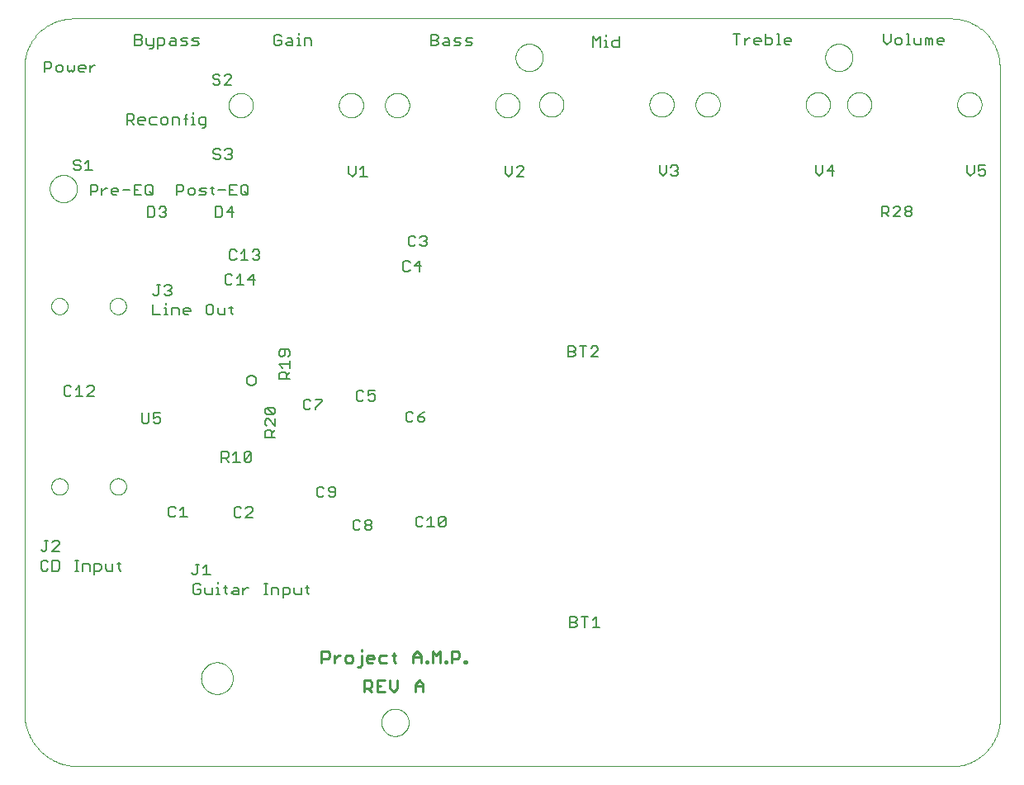
<source format=gto>
G75*
%MOIN*%
%OFA0B0*%
%FSLAX25Y25*%
%IPPOS*%
%LPD*%
%AMOC8*
5,1,8,0,0,1.08239X$1,22.5*
%
%ADD10C,0.00000*%
%ADD11C,0.00800*%
%ADD12C,0.00900*%
%ADD13C,0.00787*%
D10*
X0023454Y0031328D02*
X0023454Y0291957D01*
X0023460Y0292433D01*
X0023477Y0292908D01*
X0023506Y0293383D01*
X0023546Y0293857D01*
X0023598Y0294330D01*
X0023661Y0294801D01*
X0023735Y0295271D01*
X0023821Y0295739D01*
X0023918Y0296205D01*
X0024026Y0296668D01*
X0024145Y0297128D01*
X0024276Y0297586D01*
X0024417Y0298040D01*
X0024570Y0298491D01*
X0024733Y0298937D01*
X0024907Y0299380D01*
X0025092Y0299818D01*
X0025287Y0300252D01*
X0025493Y0300681D01*
X0025709Y0301105D01*
X0025935Y0301524D01*
X0026171Y0301937D01*
X0026417Y0302344D01*
X0026673Y0302745D01*
X0026939Y0303139D01*
X0027214Y0303528D01*
X0027498Y0303909D01*
X0027791Y0304283D01*
X0028093Y0304651D01*
X0028405Y0305011D01*
X0028724Y0305363D01*
X0029052Y0305707D01*
X0029389Y0306044D01*
X0029733Y0306372D01*
X0030085Y0306691D01*
X0030445Y0307003D01*
X0030813Y0307305D01*
X0031187Y0307598D01*
X0031568Y0307882D01*
X0031957Y0308157D01*
X0032351Y0308423D01*
X0032752Y0308679D01*
X0033159Y0308925D01*
X0033572Y0309161D01*
X0033991Y0309387D01*
X0034415Y0309603D01*
X0034844Y0309809D01*
X0035278Y0310004D01*
X0035716Y0310189D01*
X0036159Y0310363D01*
X0036605Y0310526D01*
X0037056Y0310679D01*
X0037510Y0310820D01*
X0037968Y0310951D01*
X0038428Y0311070D01*
X0038891Y0311178D01*
X0039357Y0311275D01*
X0039825Y0311361D01*
X0040295Y0311435D01*
X0040766Y0311498D01*
X0041239Y0311550D01*
X0041713Y0311590D01*
X0042188Y0311619D01*
X0042663Y0311636D01*
X0043139Y0311642D01*
X0043139Y0311643D02*
X0397469Y0311643D01*
X0397469Y0311642D02*
X0397945Y0311636D01*
X0398420Y0311619D01*
X0398895Y0311590D01*
X0399369Y0311550D01*
X0399842Y0311498D01*
X0400313Y0311435D01*
X0400783Y0311361D01*
X0401251Y0311275D01*
X0401717Y0311178D01*
X0402180Y0311070D01*
X0402640Y0310951D01*
X0403098Y0310820D01*
X0403552Y0310679D01*
X0404003Y0310526D01*
X0404449Y0310363D01*
X0404892Y0310189D01*
X0405330Y0310004D01*
X0405764Y0309809D01*
X0406193Y0309603D01*
X0406617Y0309387D01*
X0407036Y0309161D01*
X0407449Y0308925D01*
X0407856Y0308679D01*
X0408257Y0308423D01*
X0408651Y0308157D01*
X0409040Y0307882D01*
X0409421Y0307598D01*
X0409795Y0307305D01*
X0410163Y0307003D01*
X0410523Y0306691D01*
X0410875Y0306372D01*
X0411219Y0306044D01*
X0411556Y0305707D01*
X0411884Y0305363D01*
X0412203Y0305011D01*
X0412515Y0304651D01*
X0412817Y0304283D01*
X0413110Y0303909D01*
X0413394Y0303528D01*
X0413669Y0303139D01*
X0413935Y0302745D01*
X0414191Y0302344D01*
X0414437Y0301937D01*
X0414673Y0301524D01*
X0414899Y0301105D01*
X0415115Y0300681D01*
X0415321Y0300252D01*
X0415516Y0299818D01*
X0415701Y0299380D01*
X0415875Y0298937D01*
X0416038Y0298491D01*
X0416191Y0298040D01*
X0416332Y0297586D01*
X0416463Y0297128D01*
X0416582Y0296668D01*
X0416690Y0296205D01*
X0416787Y0295739D01*
X0416873Y0295271D01*
X0416947Y0294801D01*
X0417010Y0294330D01*
X0417062Y0293857D01*
X0417102Y0293383D01*
X0417131Y0292908D01*
X0417148Y0292433D01*
X0417154Y0291957D01*
X0417154Y0031328D01*
X0417154Y0031327D02*
X0417196Y0030851D01*
X0417226Y0030374D01*
X0417245Y0029896D01*
X0417252Y0029418D01*
X0417248Y0028940D01*
X0417232Y0028463D01*
X0417204Y0027985D01*
X0417165Y0027509D01*
X0417115Y0027033D01*
X0417053Y0026559D01*
X0416980Y0026087D01*
X0416895Y0025617D01*
X0416799Y0025148D01*
X0416691Y0024682D01*
X0416573Y0024219D01*
X0416443Y0023759D01*
X0416302Y0023302D01*
X0416150Y0022849D01*
X0415987Y0022399D01*
X0415814Y0021954D01*
X0415630Y0021513D01*
X0415435Y0021076D01*
X0415229Y0020645D01*
X0415014Y0020218D01*
X0414788Y0019797D01*
X0414551Y0019381D01*
X0414305Y0018971D01*
X0414049Y0018567D01*
X0413784Y0018170D01*
X0413509Y0017779D01*
X0413224Y0017395D01*
X0412930Y0017018D01*
X0412628Y0016648D01*
X0412316Y0016285D01*
X0411996Y0015930D01*
X0411667Y0015583D01*
X0411330Y0015244D01*
X0410985Y0014913D01*
X0410632Y0014591D01*
X0410271Y0014277D01*
X0409903Y0013972D01*
X0409528Y0013676D01*
X0409145Y0013389D01*
X0408756Y0013112D01*
X0408360Y0012844D01*
X0407958Y0012585D01*
X0407549Y0012337D01*
X0407135Y0012098D01*
X0406715Y0011870D01*
X0406290Y0011651D01*
X0405859Y0011443D01*
X0405424Y0011246D01*
X0404984Y0011059D01*
X0404540Y0010883D01*
X0404091Y0010717D01*
X0403639Y0010563D01*
X0403183Y0010419D01*
X0402723Y0010287D01*
X0402261Y0010165D01*
X0401796Y0010055D01*
X0401328Y0009956D01*
X0400858Y0009868D01*
X0400386Y0009792D01*
X0399913Y0009727D01*
X0399437Y0009674D01*
X0399438Y0009674D02*
X0045107Y0009674D01*
X0044584Y0009680D01*
X0044061Y0009699D01*
X0043538Y0009731D01*
X0043017Y0009775D01*
X0042497Y0009832D01*
X0041978Y0009901D01*
X0041461Y0009983D01*
X0040947Y0010077D01*
X0040434Y0010184D01*
X0039925Y0010303D01*
X0039418Y0010435D01*
X0038915Y0010578D01*
X0038416Y0010734D01*
X0037920Y0010902D01*
X0037428Y0011081D01*
X0036941Y0011273D01*
X0036459Y0011476D01*
X0035982Y0011691D01*
X0035510Y0011917D01*
X0035044Y0012154D01*
X0034584Y0012403D01*
X0034129Y0012663D01*
X0033681Y0012934D01*
X0033240Y0013215D01*
X0032806Y0013507D01*
X0032379Y0013810D01*
X0031960Y0014122D01*
X0031548Y0014445D01*
X0031144Y0014778D01*
X0030748Y0015120D01*
X0030360Y0015471D01*
X0029981Y0015832D01*
X0029611Y0016202D01*
X0029250Y0016581D01*
X0028899Y0016969D01*
X0028557Y0017365D01*
X0028224Y0017769D01*
X0027901Y0018181D01*
X0027589Y0018600D01*
X0027286Y0019027D01*
X0026994Y0019461D01*
X0026713Y0019902D01*
X0026442Y0020350D01*
X0026182Y0020805D01*
X0025933Y0021265D01*
X0025696Y0021731D01*
X0025470Y0022203D01*
X0025255Y0022680D01*
X0025052Y0023162D01*
X0024860Y0023649D01*
X0024681Y0024141D01*
X0024513Y0024637D01*
X0024357Y0025136D01*
X0024214Y0025639D01*
X0024082Y0026146D01*
X0023963Y0026655D01*
X0023856Y0027168D01*
X0023762Y0027682D01*
X0023680Y0028199D01*
X0023611Y0028718D01*
X0023554Y0029238D01*
X0023510Y0029759D01*
X0023478Y0030282D01*
X0023459Y0030805D01*
X0023453Y0031328D01*
X0094772Y0045265D02*
X0094774Y0045425D01*
X0094780Y0045584D01*
X0094790Y0045743D01*
X0094804Y0045902D01*
X0094822Y0046061D01*
X0094843Y0046219D01*
X0094869Y0046376D01*
X0094899Y0046533D01*
X0094932Y0046689D01*
X0094970Y0046844D01*
X0095011Y0046998D01*
X0095056Y0047151D01*
X0095105Y0047303D01*
X0095158Y0047453D01*
X0095214Y0047602D01*
X0095274Y0047750D01*
X0095338Y0047896D01*
X0095406Y0048041D01*
X0095477Y0048184D01*
X0095551Y0048325D01*
X0095629Y0048464D01*
X0095711Y0048601D01*
X0095796Y0048736D01*
X0095884Y0048869D01*
X0095975Y0049000D01*
X0096070Y0049128D01*
X0096168Y0049254D01*
X0096269Y0049378D01*
X0096373Y0049498D01*
X0096480Y0049617D01*
X0096590Y0049732D01*
X0096703Y0049845D01*
X0096818Y0049955D01*
X0096937Y0050062D01*
X0097057Y0050166D01*
X0097181Y0050267D01*
X0097307Y0050365D01*
X0097435Y0050460D01*
X0097566Y0050551D01*
X0097699Y0050639D01*
X0097834Y0050724D01*
X0097971Y0050806D01*
X0098110Y0050884D01*
X0098251Y0050958D01*
X0098394Y0051029D01*
X0098539Y0051097D01*
X0098685Y0051161D01*
X0098833Y0051221D01*
X0098982Y0051277D01*
X0099132Y0051330D01*
X0099284Y0051379D01*
X0099437Y0051424D01*
X0099591Y0051465D01*
X0099746Y0051503D01*
X0099902Y0051536D01*
X0100059Y0051566D01*
X0100216Y0051592D01*
X0100374Y0051613D01*
X0100533Y0051631D01*
X0100692Y0051645D01*
X0100851Y0051655D01*
X0101010Y0051661D01*
X0101170Y0051663D01*
X0101330Y0051661D01*
X0101489Y0051655D01*
X0101648Y0051645D01*
X0101807Y0051631D01*
X0101966Y0051613D01*
X0102124Y0051592D01*
X0102281Y0051566D01*
X0102438Y0051536D01*
X0102594Y0051503D01*
X0102749Y0051465D01*
X0102903Y0051424D01*
X0103056Y0051379D01*
X0103208Y0051330D01*
X0103358Y0051277D01*
X0103507Y0051221D01*
X0103655Y0051161D01*
X0103801Y0051097D01*
X0103946Y0051029D01*
X0104089Y0050958D01*
X0104230Y0050884D01*
X0104369Y0050806D01*
X0104506Y0050724D01*
X0104641Y0050639D01*
X0104774Y0050551D01*
X0104905Y0050460D01*
X0105033Y0050365D01*
X0105159Y0050267D01*
X0105283Y0050166D01*
X0105403Y0050062D01*
X0105522Y0049955D01*
X0105637Y0049845D01*
X0105750Y0049732D01*
X0105860Y0049617D01*
X0105967Y0049498D01*
X0106071Y0049378D01*
X0106172Y0049254D01*
X0106270Y0049128D01*
X0106365Y0049000D01*
X0106456Y0048869D01*
X0106544Y0048736D01*
X0106629Y0048601D01*
X0106711Y0048464D01*
X0106789Y0048325D01*
X0106863Y0048184D01*
X0106934Y0048041D01*
X0107002Y0047896D01*
X0107066Y0047750D01*
X0107126Y0047602D01*
X0107182Y0047453D01*
X0107235Y0047303D01*
X0107284Y0047151D01*
X0107329Y0046998D01*
X0107370Y0046844D01*
X0107408Y0046689D01*
X0107441Y0046533D01*
X0107471Y0046376D01*
X0107497Y0046219D01*
X0107518Y0046061D01*
X0107536Y0045902D01*
X0107550Y0045743D01*
X0107560Y0045584D01*
X0107566Y0045425D01*
X0107568Y0045265D01*
X0107566Y0045105D01*
X0107560Y0044946D01*
X0107550Y0044787D01*
X0107536Y0044628D01*
X0107518Y0044469D01*
X0107497Y0044311D01*
X0107471Y0044154D01*
X0107441Y0043997D01*
X0107408Y0043841D01*
X0107370Y0043686D01*
X0107329Y0043532D01*
X0107284Y0043379D01*
X0107235Y0043227D01*
X0107182Y0043077D01*
X0107126Y0042928D01*
X0107066Y0042780D01*
X0107002Y0042634D01*
X0106934Y0042489D01*
X0106863Y0042346D01*
X0106789Y0042205D01*
X0106711Y0042066D01*
X0106629Y0041929D01*
X0106544Y0041794D01*
X0106456Y0041661D01*
X0106365Y0041530D01*
X0106270Y0041402D01*
X0106172Y0041276D01*
X0106071Y0041152D01*
X0105967Y0041032D01*
X0105860Y0040913D01*
X0105750Y0040798D01*
X0105637Y0040685D01*
X0105522Y0040575D01*
X0105403Y0040468D01*
X0105283Y0040364D01*
X0105159Y0040263D01*
X0105033Y0040165D01*
X0104905Y0040070D01*
X0104774Y0039979D01*
X0104641Y0039891D01*
X0104506Y0039806D01*
X0104369Y0039724D01*
X0104230Y0039646D01*
X0104089Y0039572D01*
X0103946Y0039501D01*
X0103801Y0039433D01*
X0103655Y0039369D01*
X0103507Y0039309D01*
X0103358Y0039253D01*
X0103208Y0039200D01*
X0103056Y0039151D01*
X0102903Y0039106D01*
X0102749Y0039065D01*
X0102594Y0039027D01*
X0102438Y0038994D01*
X0102281Y0038964D01*
X0102124Y0038938D01*
X0101966Y0038917D01*
X0101807Y0038899D01*
X0101648Y0038885D01*
X0101489Y0038875D01*
X0101330Y0038869D01*
X0101170Y0038867D01*
X0101010Y0038869D01*
X0100851Y0038875D01*
X0100692Y0038885D01*
X0100533Y0038899D01*
X0100374Y0038917D01*
X0100216Y0038938D01*
X0100059Y0038964D01*
X0099902Y0038994D01*
X0099746Y0039027D01*
X0099591Y0039065D01*
X0099437Y0039106D01*
X0099284Y0039151D01*
X0099132Y0039200D01*
X0098982Y0039253D01*
X0098833Y0039309D01*
X0098685Y0039369D01*
X0098539Y0039433D01*
X0098394Y0039501D01*
X0098251Y0039572D01*
X0098110Y0039646D01*
X0097971Y0039724D01*
X0097834Y0039806D01*
X0097699Y0039891D01*
X0097566Y0039979D01*
X0097435Y0040070D01*
X0097307Y0040165D01*
X0097181Y0040263D01*
X0097057Y0040364D01*
X0096937Y0040468D01*
X0096818Y0040575D01*
X0096703Y0040685D01*
X0096590Y0040798D01*
X0096480Y0040913D01*
X0096373Y0041032D01*
X0096269Y0041152D01*
X0096168Y0041276D01*
X0096070Y0041402D01*
X0095975Y0041530D01*
X0095884Y0041661D01*
X0095796Y0041794D01*
X0095711Y0041929D01*
X0095629Y0042066D01*
X0095551Y0042205D01*
X0095477Y0042346D01*
X0095406Y0042489D01*
X0095338Y0042634D01*
X0095274Y0042780D01*
X0095214Y0042928D01*
X0095158Y0043077D01*
X0095105Y0043227D01*
X0095056Y0043379D01*
X0095011Y0043532D01*
X0094970Y0043686D01*
X0094932Y0043841D01*
X0094899Y0043997D01*
X0094869Y0044154D01*
X0094843Y0044311D01*
X0094822Y0044469D01*
X0094804Y0044628D01*
X0094790Y0044787D01*
X0094780Y0044946D01*
X0094774Y0045105D01*
X0094772Y0045265D01*
X0167548Y0027391D02*
X0167550Y0027539D01*
X0167556Y0027687D01*
X0167566Y0027835D01*
X0167580Y0027982D01*
X0167598Y0028129D01*
X0167619Y0028275D01*
X0167645Y0028421D01*
X0167675Y0028566D01*
X0167708Y0028710D01*
X0167746Y0028853D01*
X0167787Y0028995D01*
X0167832Y0029136D01*
X0167880Y0029276D01*
X0167933Y0029415D01*
X0167989Y0029552D01*
X0168049Y0029687D01*
X0168112Y0029821D01*
X0168179Y0029953D01*
X0168250Y0030083D01*
X0168324Y0030211D01*
X0168401Y0030337D01*
X0168482Y0030461D01*
X0168566Y0030583D01*
X0168653Y0030702D01*
X0168744Y0030819D01*
X0168838Y0030934D01*
X0168934Y0031046D01*
X0169034Y0031156D01*
X0169136Y0031262D01*
X0169242Y0031366D01*
X0169350Y0031467D01*
X0169461Y0031565D01*
X0169574Y0031661D01*
X0169690Y0031753D01*
X0169808Y0031842D01*
X0169929Y0031927D01*
X0170052Y0032010D01*
X0170177Y0032089D01*
X0170304Y0032165D01*
X0170433Y0032237D01*
X0170564Y0032306D01*
X0170697Y0032371D01*
X0170832Y0032432D01*
X0170968Y0032490D01*
X0171105Y0032545D01*
X0171244Y0032595D01*
X0171385Y0032642D01*
X0171526Y0032685D01*
X0171669Y0032725D01*
X0171813Y0032760D01*
X0171957Y0032792D01*
X0172103Y0032819D01*
X0172249Y0032843D01*
X0172396Y0032863D01*
X0172543Y0032879D01*
X0172690Y0032891D01*
X0172838Y0032899D01*
X0172986Y0032903D01*
X0173134Y0032903D01*
X0173282Y0032899D01*
X0173430Y0032891D01*
X0173577Y0032879D01*
X0173724Y0032863D01*
X0173871Y0032843D01*
X0174017Y0032819D01*
X0174163Y0032792D01*
X0174307Y0032760D01*
X0174451Y0032725D01*
X0174594Y0032685D01*
X0174735Y0032642D01*
X0174876Y0032595D01*
X0175015Y0032545D01*
X0175152Y0032490D01*
X0175288Y0032432D01*
X0175423Y0032371D01*
X0175556Y0032306D01*
X0175687Y0032237D01*
X0175816Y0032165D01*
X0175943Y0032089D01*
X0176068Y0032010D01*
X0176191Y0031927D01*
X0176312Y0031842D01*
X0176430Y0031753D01*
X0176546Y0031661D01*
X0176659Y0031565D01*
X0176770Y0031467D01*
X0176878Y0031366D01*
X0176984Y0031262D01*
X0177086Y0031156D01*
X0177186Y0031046D01*
X0177282Y0030934D01*
X0177376Y0030819D01*
X0177467Y0030702D01*
X0177554Y0030583D01*
X0177638Y0030461D01*
X0177719Y0030337D01*
X0177796Y0030211D01*
X0177870Y0030083D01*
X0177941Y0029953D01*
X0178008Y0029821D01*
X0178071Y0029687D01*
X0178131Y0029552D01*
X0178187Y0029415D01*
X0178240Y0029276D01*
X0178288Y0029136D01*
X0178333Y0028995D01*
X0178374Y0028853D01*
X0178412Y0028710D01*
X0178445Y0028566D01*
X0178475Y0028421D01*
X0178501Y0028275D01*
X0178522Y0028129D01*
X0178540Y0027982D01*
X0178554Y0027835D01*
X0178564Y0027687D01*
X0178570Y0027539D01*
X0178572Y0027391D01*
X0178570Y0027243D01*
X0178564Y0027095D01*
X0178554Y0026947D01*
X0178540Y0026800D01*
X0178522Y0026653D01*
X0178501Y0026507D01*
X0178475Y0026361D01*
X0178445Y0026216D01*
X0178412Y0026072D01*
X0178374Y0025929D01*
X0178333Y0025787D01*
X0178288Y0025646D01*
X0178240Y0025506D01*
X0178187Y0025367D01*
X0178131Y0025230D01*
X0178071Y0025095D01*
X0178008Y0024961D01*
X0177941Y0024829D01*
X0177870Y0024699D01*
X0177796Y0024571D01*
X0177719Y0024445D01*
X0177638Y0024321D01*
X0177554Y0024199D01*
X0177467Y0024080D01*
X0177376Y0023963D01*
X0177282Y0023848D01*
X0177186Y0023736D01*
X0177086Y0023626D01*
X0176984Y0023520D01*
X0176878Y0023416D01*
X0176770Y0023315D01*
X0176659Y0023217D01*
X0176546Y0023121D01*
X0176430Y0023029D01*
X0176312Y0022940D01*
X0176191Y0022855D01*
X0176068Y0022772D01*
X0175943Y0022693D01*
X0175816Y0022617D01*
X0175687Y0022545D01*
X0175556Y0022476D01*
X0175423Y0022411D01*
X0175288Y0022350D01*
X0175152Y0022292D01*
X0175015Y0022237D01*
X0174876Y0022187D01*
X0174735Y0022140D01*
X0174594Y0022097D01*
X0174451Y0022057D01*
X0174307Y0022022D01*
X0174163Y0021990D01*
X0174017Y0021963D01*
X0173871Y0021939D01*
X0173724Y0021919D01*
X0173577Y0021903D01*
X0173430Y0021891D01*
X0173282Y0021883D01*
X0173134Y0021879D01*
X0172986Y0021879D01*
X0172838Y0021883D01*
X0172690Y0021891D01*
X0172543Y0021903D01*
X0172396Y0021919D01*
X0172249Y0021939D01*
X0172103Y0021963D01*
X0171957Y0021990D01*
X0171813Y0022022D01*
X0171669Y0022057D01*
X0171526Y0022097D01*
X0171385Y0022140D01*
X0171244Y0022187D01*
X0171105Y0022237D01*
X0170968Y0022292D01*
X0170832Y0022350D01*
X0170697Y0022411D01*
X0170564Y0022476D01*
X0170433Y0022545D01*
X0170304Y0022617D01*
X0170177Y0022693D01*
X0170052Y0022772D01*
X0169929Y0022855D01*
X0169808Y0022940D01*
X0169690Y0023029D01*
X0169574Y0023121D01*
X0169461Y0023217D01*
X0169350Y0023315D01*
X0169242Y0023416D01*
X0169136Y0023520D01*
X0169034Y0023626D01*
X0168934Y0023736D01*
X0168838Y0023848D01*
X0168744Y0023963D01*
X0168653Y0024080D01*
X0168566Y0024199D01*
X0168482Y0024321D01*
X0168401Y0024445D01*
X0168324Y0024571D01*
X0168250Y0024699D01*
X0168179Y0024829D01*
X0168112Y0024961D01*
X0168049Y0025095D01*
X0167989Y0025230D01*
X0167933Y0025367D01*
X0167880Y0025506D01*
X0167832Y0025646D01*
X0167787Y0025787D01*
X0167746Y0025929D01*
X0167708Y0026072D01*
X0167675Y0026216D01*
X0167645Y0026361D01*
X0167619Y0026507D01*
X0167598Y0026653D01*
X0167580Y0026800D01*
X0167566Y0026947D01*
X0167556Y0027095D01*
X0167550Y0027243D01*
X0167548Y0027391D01*
X0057942Y0122666D02*
X0057944Y0122781D01*
X0057950Y0122895D01*
X0057960Y0123010D01*
X0057974Y0123124D01*
X0057992Y0123237D01*
X0058013Y0123350D01*
X0058039Y0123462D01*
X0058069Y0123573D01*
X0058102Y0123682D01*
X0058139Y0123791D01*
X0058180Y0123898D01*
X0058225Y0124004D01*
X0058273Y0124108D01*
X0058325Y0124211D01*
X0058380Y0124311D01*
X0058439Y0124410D01*
X0058501Y0124506D01*
X0058567Y0124601D01*
X0058636Y0124692D01*
X0058708Y0124782D01*
X0058782Y0124869D01*
X0058860Y0124953D01*
X0058941Y0125035D01*
X0059025Y0125113D01*
X0059111Y0125189D01*
X0059200Y0125262D01*
X0059291Y0125331D01*
X0059385Y0125398D01*
X0059481Y0125461D01*
X0059579Y0125520D01*
X0059679Y0125577D01*
X0059781Y0125629D01*
X0059885Y0125678D01*
X0059990Y0125724D01*
X0060097Y0125766D01*
X0060205Y0125804D01*
X0060315Y0125838D01*
X0060425Y0125869D01*
X0060537Y0125895D01*
X0060650Y0125918D01*
X0060763Y0125937D01*
X0060877Y0125952D01*
X0060991Y0125963D01*
X0061106Y0125970D01*
X0061220Y0125973D01*
X0061335Y0125972D01*
X0061450Y0125967D01*
X0061564Y0125958D01*
X0061678Y0125945D01*
X0061792Y0125928D01*
X0061905Y0125907D01*
X0062017Y0125883D01*
X0062128Y0125854D01*
X0062238Y0125822D01*
X0062347Y0125785D01*
X0062455Y0125745D01*
X0062561Y0125702D01*
X0062665Y0125654D01*
X0062768Y0125603D01*
X0062869Y0125549D01*
X0062968Y0125491D01*
X0063065Y0125430D01*
X0063160Y0125365D01*
X0063253Y0125297D01*
X0063343Y0125226D01*
X0063430Y0125152D01*
X0063515Y0125074D01*
X0063598Y0124994D01*
X0063677Y0124911D01*
X0063753Y0124826D01*
X0063827Y0124737D01*
X0063897Y0124647D01*
X0063964Y0124554D01*
X0064028Y0124458D01*
X0064089Y0124361D01*
X0064146Y0124261D01*
X0064199Y0124160D01*
X0064250Y0124056D01*
X0064296Y0123951D01*
X0064339Y0123845D01*
X0064378Y0123737D01*
X0064413Y0123628D01*
X0064445Y0123517D01*
X0064472Y0123406D01*
X0064496Y0123294D01*
X0064516Y0123180D01*
X0064532Y0123067D01*
X0064544Y0122953D01*
X0064552Y0122838D01*
X0064556Y0122723D01*
X0064556Y0122609D01*
X0064552Y0122494D01*
X0064544Y0122379D01*
X0064532Y0122265D01*
X0064516Y0122152D01*
X0064496Y0122038D01*
X0064472Y0121926D01*
X0064445Y0121815D01*
X0064413Y0121704D01*
X0064378Y0121595D01*
X0064339Y0121487D01*
X0064296Y0121381D01*
X0064250Y0121276D01*
X0064199Y0121172D01*
X0064146Y0121071D01*
X0064089Y0120971D01*
X0064028Y0120874D01*
X0063964Y0120778D01*
X0063897Y0120685D01*
X0063827Y0120595D01*
X0063753Y0120506D01*
X0063677Y0120421D01*
X0063598Y0120338D01*
X0063515Y0120258D01*
X0063430Y0120180D01*
X0063343Y0120106D01*
X0063253Y0120035D01*
X0063160Y0119967D01*
X0063065Y0119902D01*
X0062968Y0119841D01*
X0062869Y0119783D01*
X0062768Y0119729D01*
X0062665Y0119678D01*
X0062561Y0119630D01*
X0062455Y0119587D01*
X0062347Y0119547D01*
X0062238Y0119510D01*
X0062128Y0119478D01*
X0062017Y0119449D01*
X0061905Y0119425D01*
X0061792Y0119404D01*
X0061678Y0119387D01*
X0061564Y0119374D01*
X0061450Y0119365D01*
X0061335Y0119360D01*
X0061220Y0119359D01*
X0061106Y0119362D01*
X0060991Y0119369D01*
X0060877Y0119380D01*
X0060763Y0119395D01*
X0060650Y0119414D01*
X0060537Y0119437D01*
X0060425Y0119463D01*
X0060315Y0119494D01*
X0060205Y0119528D01*
X0060097Y0119566D01*
X0059990Y0119608D01*
X0059885Y0119654D01*
X0059781Y0119703D01*
X0059679Y0119755D01*
X0059579Y0119812D01*
X0059481Y0119871D01*
X0059385Y0119934D01*
X0059291Y0120001D01*
X0059200Y0120070D01*
X0059111Y0120143D01*
X0059025Y0120219D01*
X0058941Y0120297D01*
X0058860Y0120379D01*
X0058782Y0120463D01*
X0058708Y0120550D01*
X0058636Y0120640D01*
X0058567Y0120731D01*
X0058501Y0120826D01*
X0058439Y0120922D01*
X0058380Y0121021D01*
X0058325Y0121121D01*
X0058273Y0121224D01*
X0058225Y0121328D01*
X0058180Y0121434D01*
X0058139Y0121541D01*
X0058102Y0121650D01*
X0058069Y0121759D01*
X0058039Y0121870D01*
X0058013Y0121982D01*
X0057992Y0122095D01*
X0057974Y0122208D01*
X0057960Y0122322D01*
X0057950Y0122437D01*
X0057944Y0122551D01*
X0057942Y0122666D01*
X0034320Y0122666D02*
X0034322Y0122781D01*
X0034328Y0122895D01*
X0034338Y0123010D01*
X0034352Y0123124D01*
X0034370Y0123237D01*
X0034391Y0123350D01*
X0034417Y0123462D01*
X0034447Y0123573D01*
X0034480Y0123682D01*
X0034517Y0123791D01*
X0034558Y0123898D01*
X0034603Y0124004D01*
X0034651Y0124108D01*
X0034703Y0124211D01*
X0034758Y0124311D01*
X0034817Y0124410D01*
X0034879Y0124506D01*
X0034945Y0124601D01*
X0035014Y0124692D01*
X0035086Y0124782D01*
X0035160Y0124869D01*
X0035238Y0124953D01*
X0035319Y0125035D01*
X0035403Y0125113D01*
X0035489Y0125189D01*
X0035578Y0125262D01*
X0035669Y0125331D01*
X0035763Y0125398D01*
X0035859Y0125461D01*
X0035957Y0125520D01*
X0036057Y0125577D01*
X0036159Y0125629D01*
X0036263Y0125678D01*
X0036368Y0125724D01*
X0036475Y0125766D01*
X0036583Y0125804D01*
X0036693Y0125838D01*
X0036803Y0125869D01*
X0036915Y0125895D01*
X0037028Y0125918D01*
X0037141Y0125937D01*
X0037255Y0125952D01*
X0037369Y0125963D01*
X0037484Y0125970D01*
X0037598Y0125973D01*
X0037713Y0125972D01*
X0037828Y0125967D01*
X0037942Y0125958D01*
X0038056Y0125945D01*
X0038170Y0125928D01*
X0038283Y0125907D01*
X0038395Y0125883D01*
X0038506Y0125854D01*
X0038616Y0125822D01*
X0038725Y0125785D01*
X0038833Y0125745D01*
X0038939Y0125702D01*
X0039043Y0125654D01*
X0039146Y0125603D01*
X0039247Y0125549D01*
X0039346Y0125491D01*
X0039443Y0125430D01*
X0039538Y0125365D01*
X0039631Y0125297D01*
X0039721Y0125226D01*
X0039808Y0125152D01*
X0039893Y0125074D01*
X0039976Y0124994D01*
X0040055Y0124911D01*
X0040131Y0124826D01*
X0040205Y0124737D01*
X0040275Y0124647D01*
X0040342Y0124554D01*
X0040406Y0124458D01*
X0040467Y0124361D01*
X0040524Y0124261D01*
X0040577Y0124160D01*
X0040628Y0124056D01*
X0040674Y0123951D01*
X0040717Y0123845D01*
X0040756Y0123737D01*
X0040791Y0123628D01*
X0040823Y0123517D01*
X0040850Y0123406D01*
X0040874Y0123294D01*
X0040894Y0123180D01*
X0040910Y0123067D01*
X0040922Y0122953D01*
X0040930Y0122838D01*
X0040934Y0122723D01*
X0040934Y0122609D01*
X0040930Y0122494D01*
X0040922Y0122379D01*
X0040910Y0122265D01*
X0040894Y0122152D01*
X0040874Y0122038D01*
X0040850Y0121926D01*
X0040823Y0121815D01*
X0040791Y0121704D01*
X0040756Y0121595D01*
X0040717Y0121487D01*
X0040674Y0121381D01*
X0040628Y0121276D01*
X0040577Y0121172D01*
X0040524Y0121071D01*
X0040467Y0120971D01*
X0040406Y0120874D01*
X0040342Y0120778D01*
X0040275Y0120685D01*
X0040205Y0120595D01*
X0040131Y0120506D01*
X0040055Y0120421D01*
X0039976Y0120338D01*
X0039893Y0120258D01*
X0039808Y0120180D01*
X0039721Y0120106D01*
X0039631Y0120035D01*
X0039538Y0119967D01*
X0039443Y0119902D01*
X0039346Y0119841D01*
X0039247Y0119783D01*
X0039146Y0119729D01*
X0039043Y0119678D01*
X0038939Y0119630D01*
X0038833Y0119587D01*
X0038725Y0119547D01*
X0038616Y0119510D01*
X0038506Y0119478D01*
X0038395Y0119449D01*
X0038283Y0119425D01*
X0038170Y0119404D01*
X0038056Y0119387D01*
X0037942Y0119374D01*
X0037828Y0119365D01*
X0037713Y0119360D01*
X0037598Y0119359D01*
X0037484Y0119362D01*
X0037369Y0119369D01*
X0037255Y0119380D01*
X0037141Y0119395D01*
X0037028Y0119414D01*
X0036915Y0119437D01*
X0036803Y0119463D01*
X0036693Y0119494D01*
X0036583Y0119528D01*
X0036475Y0119566D01*
X0036368Y0119608D01*
X0036263Y0119654D01*
X0036159Y0119703D01*
X0036057Y0119755D01*
X0035957Y0119812D01*
X0035859Y0119871D01*
X0035763Y0119934D01*
X0035669Y0120001D01*
X0035578Y0120070D01*
X0035489Y0120143D01*
X0035403Y0120219D01*
X0035319Y0120297D01*
X0035238Y0120379D01*
X0035160Y0120463D01*
X0035086Y0120550D01*
X0035014Y0120640D01*
X0034945Y0120731D01*
X0034879Y0120826D01*
X0034817Y0120922D01*
X0034758Y0121021D01*
X0034703Y0121121D01*
X0034651Y0121224D01*
X0034603Y0121328D01*
X0034558Y0121434D01*
X0034517Y0121541D01*
X0034480Y0121650D01*
X0034447Y0121759D01*
X0034417Y0121870D01*
X0034391Y0121982D01*
X0034370Y0122095D01*
X0034352Y0122208D01*
X0034338Y0122322D01*
X0034328Y0122437D01*
X0034322Y0122551D01*
X0034320Y0122666D01*
X0034280Y0195501D02*
X0034282Y0195616D01*
X0034288Y0195730D01*
X0034298Y0195845D01*
X0034312Y0195959D01*
X0034330Y0196072D01*
X0034351Y0196185D01*
X0034377Y0196297D01*
X0034407Y0196408D01*
X0034440Y0196517D01*
X0034477Y0196626D01*
X0034518Y0196733D01*
X0034563Y0196839D01*
X0034611Y0196943D01*
X0034663Y0197046D01*
X0034718Y0197146D01*
X0034777Y0197245D01*
X0034839Y0197341D01*
X0034905Y0197436D01*
X0034974Y0197527D01*
X0035046Y0197617D01*
X0035120Y0197704D01*
X0035198Y0197788D01*
X0035279Y0197870D01*
X0035363Y0197948D01*
X0035449Y0198024D01*
X0035538Y0198097D01*
X0035629Y0198166D01*
X0035723Y0198233D01*
X0035819Y0198296D01*
X0035917Y0198355D01*
X0036017Y0198412D01*
X0036119Y0198464D01*
X0036223Y0198513D01*
X0036328Y0198559D01*
X0036435Y0198601D01*
X0036543Y0198639D01*
X0036653Y0198673D01*
X0036763Y0198704D01*
X0036875Y0198730D01*
X0036988Y0198753D01*
X0037101Y0198772D01*
X0037215Y0198787D01*
X0037329Y0198798D01*
X0037444Y0198805D01*
X0037558Y0198808D01*
X0037673Y0198807D01*
X0037788Y0198802D01*
X0037902Y0198793D01*
X0038016Y0198780D01*
X0038130Y0198763D01*
X0038243Y0198742D01*
X0038355Y0198718D01*
X0038466Y0198689D01*
X0038576Y0198657D01*
X0038685Y0198620D01*
X0038793Y0198580D01*
X0038899Y0198537D01*
X0039003Y0198489D01*
X0039106Y0198438D01*
X0039207Y0198384D01*
X0039306Y0198326D01*
X0039403Y0198265D01*
X0039498Y0198200D01*
X0039591Y0198132D01*
X0039681Y0198061D01*
X0039768Y0197987D01*
X0039853Y0197909D01*
X0039936Y0197829D01*
X0040015Y0197746D01*
X0040091Y0197661D01*
X0040165Y0197572D01*
X0040235Y0197482D01*
X0040302Y0197389D01*
X0040366Y0197293D01*
X0040427Y0197196D01*
X0040484Y0197096D01*
X0040537Y0196995D01*
X0040588Y0196891D01*
X0040634Y0196786D01*
X0040677Y0196680D01*
X0040716Y0196572D01*
X0040751Y0196463D01*
X0040783Y0196352D01*
X0040810Y0196241D01*
X0040834Y0196129D01*
X0040854Y0196015D01*
X0040870Y0195902D01*
X0040882Y0195788D01*
X0040890Y0195673D01*
X0040894Y0195558D01*
X0040894Y0195444D01*
X0040890Y0195329D01*
X0040882Y0195214D01*
X0040870Y0195100D01*
X0040854Y0194987D01*
X0040834Y0194873D01*
X0040810Y0194761D01*
X0040783Y0194650D01*
X0040751Y0194539D01*
X0040716Y0194430D01*
X0040677Y0194322D01*
X0040634Y0194216D01*
X0040588Y0194111D01*
X0040537Y0194007D01*
X0040484Y0193906D01*
X0040427Y0193806D01*
X0040366Y0193709D01*
X0040302Y0193613D01*
X0040235Y0193520D01*
X0040165Y0193430D01*
X0040091Y0193341D01*
X0040015Y0193256D01*
X0039936Y0193173D01*
X0039853Y0193093D01*
X0039768Y0193015D01*
X0039681Y0192941D01*
X0039591Y0192870D01*
X0039498Y0192802D01*
X0039403Y0192737D01*
X0039306Y0192676D01*
X0039207Y0192618D01*
X0039106Y0192564D01*
X0039003Y0192513D01*
X0038899Y0192465D01*
X0038793Y0192422D01*
X0038685Y0192382D01*
X0038576Y0192345D01*
X0038466Y0192313D01*
X0038355Y0192284D01*
X0038243Y0192260D01*
X0038130Y0192239D01*
X0038016Y0192222D01*
X0037902Y0192209D01*
X0037788Y0192200D01*
X0037673Y0192195D01*
X0037558Y0192194D01*
X0037444Y0192197D01*
X0037329Y0192204D01*
X0037215Y0192215D01*
X0037101Y0192230D01*
X0036988Y0192249D01*
X0036875Y0192272D01*
X0036763Y0192298D01*
X0036653Y0192329D01*
X0036543Y0192363D01*
X0036435Y0192401D01*
X0036328Y0192443D01*
X0036223Y0192489D01*
X0036119Y0192538D01*
X0036017Y0192590D01*
X0035917Y0192647D01*
X0035819Y0192706D01*
X0035723Y0192769D01*
X0035629Y0192836D01*
X0035538Y0192905D01*
X0035449Y0192978D01*
X0035363Y0193054D01*
X0035279Y0193132D01*
X0035198Y0193214D01*
X0035120Y0193298D01*
X0035046Y0193385D01*
X0034974Y0193475D01*
X0034905Y0193566D01*
X0034839Y0193661D01*
X0034777Y0193757D01*
X0034718Y0193856D01*
X0034663Y0193956D01*
X0034611Y0194059D01*
X0034563Y0194163D01*
X0034518Y0194269D01*
X0034477Y0194376D01*
X0034440Y0194485D01*
X0034407Y0194594D01*
X0034377Y0194705D01*
X0034351Y0194817D01*
X0034330Y0194930D01*
X0034312Y0195043D01*
X0034298Y0195157D01*
X0034288Y0195272D01*
X0034282Y0195386D01*
X0034280Y0195501D01*
X0057902Y0195501D02*
X0057904Y0195616D01*
X0057910Y0195730D01*
X0057920Y0195845D01*
X0057934Y0195959D01*
X0057952Y0196072D01*
X0057973Y0196185D01*
X0057999Y0196297D01*
X0058029Y0196408D01*
X0058062Y0196517D01*
X0058099Y0196626D01*
X0058140Y0196733D01*
X0058185Y0196839D01*
X0058233Y0196943D01*
X0058285Y0197046D01*
X0058340Y0197146D01*
X0058399Y0197245D01*
X0058461Y0197341D01*
X0058527Y0197436D01*
X0058596Y0197527D01*
X0058668Y0197617D01*
X0058742Y0197704D01*
X0058820Y0197788D01*
X0058901Y0197870D01*
X0058985Y0197948D01*
X0059071Y0198024D01*
X0059160Y0198097D01*
X0059251Y0198166D01*
X0059345Y0198233D01*
X0059441Y0198296D01*
X0059539Y0198355D01*
X0059639Y0198412D01*
X0059741Y0198464D01*
X0059845Y0198513D01*
X0059950Y0198559D01*
X0060057Y0198601D01*
X0060165Y0198639D01*
X0060275Y0198673D01*
X0060385Y0198704D01*
X0060497Y0198730D01*
X0060610Y0198753D01*
X0060723Y0198772D01*
X0060837Y0198787D01*
X0060951Y0198798D01*
X0061066Y0198805D01*
X0061180Y0198808D01*
X0061295Y0198807D01*
X0061410Y0198802D01*
X0061524Y0198793D01*
X0061638Y0198780D01*
X0061752Y0198763D01*
X0061865Y0198742D01*
X0061977Y0198718D01*
X0062088Y0198689D01*
X0062198Y0198657D01*
X0062307Y0198620D01*
X0062415Y0198580D01*
X0062521Y0198537D01*
X0062625Y0198489D01*
X0062728Y0198438D01*
X0062829Y0198384D01*
X0062928Y0198326D01*
X0063025Y0198265D01*
X0063120Y0198200D01*
X0063213Y0198132D01*
X0063303Y0198061D01*
X0063390Y0197987D01*
X0063475Y0197909D01*
X0063558Y0197829D01*
X0063637Y0197746D01*
X0063713Y0197661D01*
X0063787Y0197572D01*
X0063857Y0197482D01*
X0063924Y0197389D01*
X0063988Y0197293D01*
X0064049Y0197196D01*
X0064106Y0197096D01*
X0064159Y0196995D01*
X0064210Y0196891D01*
X0064256Y0196786D01*
X0064299Y0196680D01*
X0064338Y0196572D01*
X0064373Y0196463D01*
X0064405Y0196352D01*
X0064432Y0196241D01*
X0064456Y0196129D01*
X0064476Y0196015D01*
X0064492Y0195902D01*
X0064504Y0195788D01*
X0064512Y0195673D01*
X0064516Y0195558D01*
X0064516Y0195444D01*
X0064512Y0195329D01*
X0064504Y0195214D01*
X0064492Y0195100D01*
X0064476Y0194987D01*
X0064456Y0194873D01*
X0064432Y0194761D01*
X0064405Y0194650D01*
X0064373Y0194539D01*
X0064338Y0194430D01*
X0064299Y0194322D01*
X0064256Y0194216D01*
X0064210Y0194111D01*
X0064159Y0194007D01*
X0064106Y0193906D01*
X0064049Y0193806D01*
X0063988Y0193709D01*
X0063924Y0193613D01*
X0063857Y0193520D01*
X0063787Y0193430D01*
X0063713Y0193341D01*
X0063637Y0193256D01*
X0063558Y0193173D01*
X0063475Y0193093D01*
X0063390Y0193015D01*
X0063303Y0192941D01*
X0063213Y0192870D01*
X0063120Y0192802D01*
X0063025Y0192737D01*
X0062928Y0192676D01*
X0062829Y0192618D01*
X0062728Y0192564D01*
X0062625Y0192513D01*
X0062521Y0192465D01*
X0062415Y0192422D01*
X0062307Y0192382D01*
X0062198Y0192345D01*
X0062088Y0192313D01*
X0061977Y0192284D01*
X0061865Y0192260D01*
X0061752Y0192239D01*
X0061638Y0192222D01*
X0061524Y0192209D01*
X0061410Y0192200D01*
X0061295Y0192195D01*
X0061180Y0192194D01*
X0061066Y0192197D01*
X0060951Y0192204D01*
X0060837Y0192215D01*
X0060723Y0192230D01*
X0060610Y0192249D01*
X0060497Y0192272D01*
X0060385Y0192298D01*
X0060275Y0192329D01*
X0060165Y0192363D01*
X0060057Y0192401D01*
X0059950Y0192443D01*
X0059845Y0192489D01*
X0059741Y0192538D01*
X0059639Y0192590D01*
X0059539Y0192647D01*
X0059441Y0192706D01*
X0059345Y0192769D01*
X0059251Y0192836D01*
X0059160Y0192905D01*
X0059071Y0192978D01*
X0058985Y0193054D01*
X0058901Y0193132D01*
X0058820Y0193214D01*
X0058742Y0193298D01*
X0058668Y0193385D01*
X0058596Y0193475D01*
X0058527Y0193566D01*
X0058461Y0193661D01*
X0058399Y0193757D01*
X0058340Y0193856D01*
X0058285Y0193956D01*
X0058233Y0194059D01*
X0058185Y0194163D01*
X0058140Y0194269D01*
X0058099Y0194376D01*
X0058062Y0194485D01*
X0058029Y0194594D01*
X0057999Y0194705D01*
X0057973Y0194817D01*
X0057952Y0194930D01*
X0057934Y0195043D01*
X0057920Y0195157D01*
X0057910Y0195272D01*
X0057904Y0195386D01*
X0057902Y0195501D01*
X0033690Y0242942D02*
X0033692Y0243090D01*
X0033698Y0243238D01*
X0033708Y0243386D01*
X0033722Y0243533D01*
X0033740Y0243680D01*
X0033761Y0243826D01*
X0033787Y0243972D01*
X0033817Y0244117D01*
X0033850Y0244261D01*
X0033888Y0244404D01*
X0033929Y0244546D01*
X0033974Y0244687D01*
X0034022Y0244827D01*
X0034075Y0244966D01*
X0034131Y0245103D01*
X0034191Y0245238D01*
X0034254Y0245372D01*
X0034321Y0245504D01*
X0034392Y0245634D01*
X0034466Y0245762D01*
X0034543Y0245888D01*
X0034624Y0246012D01*
X0034708Y0246134D01*
X0034795Y0246253D01*
X0034886Y0246370D01*
X0034980Y0246485D01*
X0035076Y0246597D01*
X0035176Y0246707D01*
X0035278Y0246813D01*
X0035384Y0246917D01*
X0035492Y0247018D01*
X0035603Y0247116D01*
X0035716Y0247212D01*
X0035832Y0247304D01*
X0035950Y0247393D01*
X0036071Y0247478D01*
X0036194Y0247561D01*
X0036319Y0247640D01*
X0036446Y0247716D01*
X0036575Y0247788D01*
X0036706Y0247857D01*
X0036839Y0247922D01*
X0036974Y0247983D01*
X0037110Y0248041D01*
X0037247Y0248096D01*
X0037386Y0248146D01*
X0037527Y0248193D01*
X0037668Y0248236D01*
X0037811Y0248276D01*
X0037955Y0248311D01*
X0038099Y0248343D01*
X0038245Y0248370D01*
X0038391Y0248394D01*
X0038538Y0248414D01*
X0038685Y0248430D01*
X0038832Y0248442D01*
X0038980Y0248450D01*
X0039128Y0248454D01*
X0039276Y0248454D01*
X0039424Y0248450D01*
X0039572Y0248442D01*
X0039719Y0248430D01*
X0039866Y0248414D01*
X0040013Y0248394D01*
X0040159Y0248370D01*
X0040305Y0248343D01*
X0040449Y0248311D01*
X0040593Y0248276D01*
X0040736Y0248236D01*
X0040877Y0248193D01*
X0041018Y0248146D01*
X0041157Y0248096D01*
X0041294Y0248041D01*
X0041430Y0247983D01*
X0041565Y0247922D01*
X0041698Y0247857D01*
X0041829Y0247788D01*
X0041958Y0247716D01*
X0042085Y0247640D01*
X0042210Y0247561D01*
X0042333Y0247478D01*
X0042454Y0247393D01*
X0042572Y0247304D01*
X0042688Y0247212D01*
X0042801Y0247116D01*
X0042912Y0247018D01*
X0043020Y0246917D01*
X0043126Y0246813D01*
X0043228Y0246707D01*
X0043328Y0246597D01*
X0043424Y0246485D01*
X0043518Y0246370D01*
X0043609Y0246253D01*
X0043696Y0246134D01*
X0043780Y0246012D01*
X0043861Y0245888D01*
X0043938Y0245762D01*
X0044012Y0245634D01*
X0044083Y0245504D01*
X0044150Y0245372D01*
X0044213Y0245238D01*
X0044273Y0245103D01*
X0044329Y0244966D01*
X0044382Y0244827D01*
X0044430Y0244687D01*
X0044475Y0244546D01*
X0044516Y0244404D01*
X0044554Y0244261D01*
X0044587Y0244117D01*
X0044617Y0243972D01*
X0044643Y0243826D01*
X0044664Y0243680D01*
X0044682Y0243533D01*
X0044696Y0243386D01*
X0044706Y0243238D01*
X0044712Y0243090D01*
X0044714Y0242942D01*
X0044712Y0242794D01*
X0044706Y0242646D01*
X0044696Y0242498D01*
X0044682Y0242351D01*
X0044664Y0242204D01*
X0044643Y0242058D01*
X0044617Y0241912D01*
X0044587Y0241767D01*
X0044554Y0241623D01*
X0044516Y0241480D01*
X0044475Y0241338D01*
X0044430Y0241197D01*
X0044382Y0241057D01*
X0044329Y0240918D01*
X0044273Y0240781D01*
X0044213Y0240646D01*
X0044150Y0240512D01*
X0044083Y0240380D01*
X0044012Y0240250D01*
X0043938Y0240122D01*
X0043861Y0239996D01*
X0043780Y0239872D01*
X0043696Y0239750D01*
X0043609Y0239631D01*
X0043518Y0239514D01*
X0043424Y0239399D01*
X0043328Y0239287D01*
X0043228Y0239177D01*
X0043126Y0239071D01*
X0043020Y0238967D01*
X0042912Y0238866D01*
X0042801Y0238768D01*
X0042688Y0238672D01*
X0042572Y0238580D01*
X0042454Y0238491D01*
X0042333Y0238406D01*
X0042210Y0238323D01*
X0042085Y0238244D01*
X0041958Y0238168D01*
X0041829Y0238096D01*
X0041698Y0238027D01*
X0041565Y0237962D01*
X0041430Y0237901D01*
X0041294Y0237843D01*
X0041157Y0237788D01*
X0041018Y0237738D01*
X0040877Y0237691D01*
X0040736Y0237648D01*
X0040593Y0237608D01*
X0040449Y0237573D01*
X0040305Y0237541D01*
X0040159Y0237514D01*
X0040013Y0237490D01*
X0039866Y0237470D01*
X0039719Y0237454D01*
X0039572Y0237442D01*
X0039424Y0237434D01*
X0039276Y0237430D01*
X0039128Y0237430D01*
X0038980Y0237434D01*
X0038832Y0237442D01*
X0038685Y0237454D01*
X0038538Y0237470D01*
X0038391Y0237490D01*
X0038245Y0237514D01*
X0038099Y0237541D01*
X0037955Y0237573D01*
X0037811Y0237608D01*
X0037668Y0237648D01*
X0037527Y0237691D01*
X0037386Y0237738D01*
X0037247Y0237788D01*
X0037110Y0237843D01*
X0036974Y0237901D01*
X0036839Y0237962D01*
X0036706Y0238027D01*
X0036575Y0238096D01*
X0036446Y0238168D01*
X0036319Y0238244D01*
X0036194Y0238323D01*
X0036071Y0238406D01*
X0035950Y0238491D01*
X0035832Y0238580D01*
X0035716Y0238672D01*
X0035603Y0238768D01*
X0035492Y0238866D01*
X0035384Y0238967D01*
X0035278Y0239071D01*
X0035176Y0239177D01*
X0035076Y0239287D01*
X0034980Y0239399D01*
X0034886Y0239514D01*
X0034795Y0239631D01*
X0034708Y0239750D01*
X0034624Y0239872D01*
X0034543Y0239996D01*
X0034466Y0240122D01*
X0034392Y0240250D01*
X0034321Y0240380D01*
X0034254Y0240512D01*
X0034191Y0240646D01*
X0034131Y0240781D01*
X0034075Y0240918D01*
X0034022Y0241057D01*
X0033974Y0241197D01*
X0033929Y0241338D01*
X0033888Y0241480D01*
X0033850Y0241623D01*
X0033817Y0241767D01*
X0033787Y0241912D01*
X0033761Y0242058D01*
X0033740Y0242204D01*
X0033722Y0242351D01*
X0033708Y0242498D01*
X0033698Y0242646D01*
X0033692Y0242794D01*
X0033690Y0242942D01*
X0105895Y0276643D02*
X0105897Y0276783D01*
X0105903Y0276923D01*
X0105913Y0277062D01*
X0105927Y0277201D01*
X0105945Y0277340D01*
X0105966Y0277478D01*
X0105992Y0277616D01*
X0106022Y0277753D01*
X0106055Y0277888D01*
X0106093Y0278023D01*
X0106134Y0278157D01*
X0106179Y0278290D01*
X0106227Y0278421D01*
X0106280Y0278550D01*
X0106336Y0278679D01*
X0106395Y0278805D01*
X0106459Y0278930D01*
X0106525Y0279053D01*
X0106596Y0279174D01*
X0106669Y0279293D01*
X0106746Y0279410D01*
X0106827Y0279524D01*
X0106910Y0279636D01*
X0106997Y0279746D01*
X0107087Y0279854D01*
X0107179Y0279958D01*
X0107275Y0280060D01*
X0107374Y0280160D01*
X0107475Y0280256D01*
X0107579Y0280350D01*
X0107686Y0280440D01*
X0107795Y0280527D01*
X0107907Y0280612D01*
X0108021Y0280693D01*
X0108137Y0280771D01*
X0108255Y0280845D01*
X0108376Y0280916D01*
X0108498Y0280984D01*
X0108623Y0281048D01*
X0108749Y0281109D01*
X0108876Y0281166D01*
X0109006Y0281219D01*
X0109137Y0281269D01*
X0109269Y0281314D01*
X0109402Y0281357D01*
X0109537Y0281395D01*
X0109672Y0281429D01*
X0109809Y0281460D01*
X0109946Y0281487D01*
X0110084Y0281509D01*
X0110223Y0281528D01*
X0110362Y0281543D01*
X0110501Y0281554D01*
X0110641Y0281561D01*
X0110781Y0281564D01*
X0110921Y0281563D01*
X0111061Y0281558D01*
X0111200Y0281549D01*
X0111340Y0281536D01*
X0111479Y0281519D01*
X0111617Y0281498D01*
X0111755Y0281474D01*
X0111892Y0281445D01*
X0112028Y0281413D01*
X0112163Y0281376D01*
X0112297Y0281336D01*
X0112430Y0281292D01*
X0112561Y0281244D01*
X0112691Y0281193D01*
X0112820Y0281138D01*
X0112947Y0281079D01*
X0113072Y0281016D01*
X0113195Y0280951D01*
X0113317Y0280881D01*
X0113436Y0280808D01*
X0113554Y0280732D01*
X0113669Y0280653D01*
X0113782Y0280570D01*
X0113892Y0280484D01*
X0114000Y0280395D01*
X0114105Y0280303D01*
X0114208Y0280208D01*
X0114308Y0280110D01*
X0114405Y0280010D01*
X0114499Y0279906D01*
X0114591Y0279800D01*
X0114679Y0279692D01*
X0114764Y0279581D01*
X0114846Y0279467D01*
X0114925Y0279351D01*
X0115000Y0279234D01*
X0115072Y0279114D01*
X0115140Y0278992D01*
X0115205Y0278868D01*
X0115267Y0278742D01*
X0115325Y0278615D01*
X0115379Y0278486D01*
X0115430Y0278355D01*
X0115476Y0278223D01*
X0115519Y0278090D01*
X0115559Y0277956D01*
X0115594Y0277821D01*
X0115626Y0277684D01*
X0115653Y0277547D01*
X0115677Y0277409D01*
X0115697Y0277271D01*
X0115713Y0277132D01*
X0115725Y0276992D01*
X0115733Y0276853D01*
X0115737Y0276713D01*
X0115737Y0276573D01*
X0115733Y0276433D01*
X0115725Y0276294D01*
X0115713Y0276154D01*
X0115697Y0276015D01*
X0115677Y0275877D01*
X0115653Y0275739D01*
X0115626Y0275602D01*
X0115594Y0275465D01*
X0115559Y0275330D01*
X0115519Y0275196D01*
X0115476Y0275063D01*
X0115430Y0274931D01*
X0115379Y0274800D01*
X0115325Y0274671D01*
X0115267Y0274544D01*
X0115205Y0274418D01*
X0115140Y0274294D01*
X0115072Y0274172D01*
X0115000Y0274052D01*
X0114925Y0273935D01*
X0114846Y0273819D01*
X0114764Y0273705D01*
X0114679Y0273594D01*
X0114591Y0273486D01*
X0114499Y0273380D01*
X0114405Y0273276D01*
X0114308Y0273176D01*
X0114208Y0273078D01*
X0114105Y0272983D01*
X0114000Y0272891D01*
X0113892Y0272802D01*
X0113782Y0272716D01*
X0113669Y0272633D01*
X0113554Y0272554D01*
X0113436Y0272478D01*
X0113317Y0272405D01*
X0113195Y0272335D01*
X0113072Y0272270D01*
X0112947Y0272207D01*
X0112820Y0272148D01*
X0112691Y0272093D01*
X0112561Y0272042D01*
X0112430Y0271994D01*
X0112297Y0271950D01*
X0112163Y0271910D01*
X0112028Y0271873D01*
X0111892Y0271841D01*
X0111755Y0271812D01*
X0111617Y0271788D01*
X0111479Y0271767D01*
X0111340Y0271750D01*
X0111200Y0271737D01*
X0111061Y0271728D01*
X0110921Y0271723D01*
X0110781Y0271722D01*
X0110641Y0271725D01*
X0110501Y0271732D01*
X0110362Y0271743D01*
X0110223Y0271758D01*
X0110084Y0271777D01*
X0109946Y0271799D01*
X0109809Y0271826D01*
X0109672Y0271857D01*
X0109537Y0271891D01*
X0109402Y0271929D01*
X0109269Y0271972D01*
X0109137Y0272017D01*
X0109006Y0272067D01*
X0108876Y0272120D01*
X0108749Y0272177D01*
X0108623Y0272238D01*
X0108498Y0272302D01*
X0108376Y0272370D01*
X0108255Y0272441D01*
X0108137Y0272515D01*
X0108021Y0272593D01*
X0107907Y0272674D01*
X0107795Y0272759D01*
X0107686Y0272846D01*
X0107579Y0272936D01*
X0107475Y0273030D01*
X0107374Y0273126D01*
X0107275Y0273226D01*
X0107179Y0273328D01*
X0107087Y0273432D01*
X0106997Y0273540D01*
X0106910Y0273650D01*
X0106827Y0273762D01*
X0106746Y0273876D01*
X0106669Y0273993D01*
X0106596Y0274112D01*
X0106525Y0274233D01*
X0106459Y0274356D01*
X0106395Y0274481D01*
X0106336Y0274607D01*
X0106280Y0274736D01*
X0106227Y0274865D01*
X0106179Y0274996D01*
X0106134Y0275129D01*
X0106093Y0275263D01*
X0106055Y0275398D01*
X0106022Y0275533D01*
X0105992Y0275670D01*
X0105966Y0275808D01*
X0105945Y0275946D01*
X0105927Y0276085D01*
X0105913Y0276224D01*
X0105903Y0276363D01*
X0105897Y0276503D01*
X0105895Y0276643D01*
X0150383Y0276643D02*
X0150385Y0276783D01*
X0150391Y0276923D01*
X0150401Y0277062D01*
X0150415Y0277201D01*
X0150433Y0277340D01*
X0150454Y0277478D01*
X0150480Y0277616D01*
X0150510Y0277753D01*
X0150543Y0277888D01*
X0150581Y0278023D01*
X0150622Y0278157D01*
X0150667Y0278290D01*
X0150715Y0278421D01*
X0150768Y0278550D01*
X0150824Y0278679D01*
X0150883Y0278805D01*
X0150947Y0278930D01*
X0151013Y0279053D01*
X0151084Y0279174D01*
X0151157Y0279293D01*
X0151234Y0279410D01*
X0151315Y0279524D01*
X0151398Y0279636D01*
X0151485Y0279746D01*
X0151575Y0279854D01*
X0151667Y0279958D01*
X0151763Y0280060D01*
X0151862Y0280160D01*
X0151963Y0280256D01*
X0152067Y0280350D01*
X0152174Y0280440D01*
X0152283Y0280527D01*
X0152395Y0280612D01*
X0152509Y0280693D01*
X0152625Y0280771D01*
X0152743Y0280845D01*
X0152864Y0280916D01*
X0152986Y0280984D01*
X0153111Y0281048D01*
X0153237Y0281109D01*
X0153364Y0281166D01*
X0153494Y0281219D01*
X0153625Y0281269D01*
X0153757Y0281314D01*
X0153890Y0281357D01*
X0154025Y0281395D01*
X0154160Y0281429D01*
X0154297Y0281460D01*
X0154434Y0281487D01*
X0154572Y0281509D01*
X0154711Y0281528D01*
X0154850Y0281543D01*
X0154989Y0281554D01*
X0155129Y0281561D01*
X0155269Y0281564D01*
X0155409Y0281563D01*
X0155549Y0281558D01*
X0155688Y0281549D01*
X0155828Y0281536D01*
X0155967Y0281519D01*
X0156105Y0281498D01*
X0156243Y0281474D01*
X0156380Y0281445D01*
X0156516Y0281413D01*
X0156651Y0281376D01*
X0156785Y0281336D01*
X0156918Y0281292D01*
X0157049Y0281244D01*
X0157179Y0281193D01*
X0157308Y0281138D01*
X0157435Y0281079D01*
X0157560Y0281016D01*
X0157683Y0280951D01*
X0157805Y0280881D01*
X0157924Y0280808D01*
X0158042Y0280732D01*
X0158157Y0280653D01*
X0158270Y0280570D01*
X0158380Y0280484D01*
X0158488Y0280395D01*
X0158593Y0280303D01*
X0158696Y0280208D01*
X0158796Y0280110D01*
X0158893Y0280010D01*
X0158987Y0279906D01*
X0159079Y0279800D01*
X0159167Y0279692D01*
X0159252Y0279581D01*
X0159334Y0279467D01*
X0159413Y0279351D01*
X0159488Y0279234D01*
X0159560Y0279114D01*
X0159628Y0278992D01*
X0159693Y0278868D01*
X0159755Y0278742D01*
X0159813Y0278615D01*
X0159867Y0278486D01*
X0159918Y0278355D01*
X0159964Y0278223D01*
X0160007Y0278090D01*
X0160047Y0277956D01*
X0160082Y0277821D01*
X0160114Y0277684D01*
X0160141Y0277547D01*
X0160165Y0277409D01*
X0160185Y0277271D01*
X0160201Y0277132D01*
X0160213Y0276992D01*
X0160221Y0276853D01*
X0160225Y0276713D01*
X0160225Y0276573D01*
X0160221Y0276433D01*
X0160213Y0276294D01*
X0160201Y0276154D01*
X0160185Y0276015D01*
X0160165Y0275877D01*
X0160141Y0275739D01*
X0160114Y0275602D01*
X0160082Y0275465D01*
X0160047Y0275330D01*
X0160007Y0275196D01*
X0159964Y0275063D01*
X0159918Y0274931D01*
X0159867Y0274800D01*
X0159813Y0274671D01*
X0159755Y0274544D01*
X0159693Y0274418D01*
X0159628Y0274294D01*
X0159560Y0274172D01*
X0159488Y0274052D01*
X0159413Y0273935D01*
X0159334Y0273819D01*
X0159252Y0273705D01*
X0159167Y0273594D01*
X0159079Y0273486D01*
X0158987Y0273380D01*
X0158893Y0273276D01*
X0158796Y0273176D01*
X0158696Y0273078D01*
X0158593Y0272983D01*
X0158488Y0272891D01*
X0158380Y0272802D01*
X0158270Y0272716D01*
X0158157Y0272633D01*
X0158042Y0272554D01*
X0157924Y0272478D01*
X0157805Y0272405D01*
X0157683Y0272335D01*
X0157560Y0272270D01*
X0157435Y0272207D01*
X0157308Y0272148D01*
X0157179Y0272093D01*
X0157049Y0272042D01*
X0156918Y0271994D01*
X0156785Y0271950D01*
X0156651Y0271910D01*
X0156516Y0271873D01*
X0156380Y0271841D01*
X0156243Y0271812D01*
X0156105Y0271788D01*
X0155967Y0271767D01*
X0155828Y0271750D01*
X0155688Y0271737D01*
X0155549Y0271728D01*
X0155409Y0271723D01*
X0155269Y0271722D01*
X0155129Y0271725D01*
X0154989Y0271732D01*
X0154850Y0271743D01*
X0154711Y0271758D01*
X0154572Y0271777D01*
X0154434Y0271799D01*
X0154297Y0271826D01*
X0154160Y0271857D01*
X0154025Y0271891D01*
X0153890Y0271929D01*
X0153757Y0271972D01*
X0153625Y0272017D01*
X0153494Y0272067D01*
X0153364Y0272120D01*
X0153237Y0272177D01*
X0153111Y0272238D01*
X0152986Y0272302D01*
X0152864Y0272370D01*
X0152743Y0272441D01*
X0152625Y0272515D01*
X0152509Y0272593D01*
X0152395Y0272674D01*
X0152283Y0272759D01*
X0152174Y0272846D01*
X0152067Y0272936D01*
X0151963Y0273030D01*
X0151862Y0273126D01*
X0151763Y0273226D01*
X0151667Y0273328D01*
X0151575Y0273432D01*
X0151485Y0273540D01*
X0151398Y0273650D01*
X0151315Y0273762D01*
X0151234Y0273876D01*
X0151157Y0273993D01*
X0151084Y0274112D01*
X0151013Y0274233D01*
X0150947Y0274356D01*
X0150883Y0274481D01*
X0150824Y0274607D01*
X0150768Y0274736D01*
X0150715Y0274865D01*
X0150667Y0274996D01*
X0150622Y0275129D01*
X0150581Y0275263D01*
X0150543Y0275398D01*
X0150510Y0275533D01*
X0150480Y0275670D01*
X0150454Y0275808D01*
X0150433Y0275946D01*
X0150415Y0276085D01*
X0150401Y0276224D01*
X0150391Y0276363D01*
X0150385Y0276503D01*
X0150383Y0276643D01*
X0169005Y0276643D02*
X0169007Y0276783D01*
X0169013Y0276923D01*
X0169023Y0277062D01*
X0169037Y0277201D01*
X0169055Y0277340D01*
X0169076Y0277478D01*
X0169102Y0277616D01*
X0169132Y0277753D01*
X0169165Y0277888D01*
X0169203Y0278023D01*
X0169244Y0278157D01*
X0169289Y0278290D01*
X0169337Y0278421D01*
X0169390Y0278550D01*
X0169446Y0278679D01*
X0169505Y0278805D01*
X0169569Y0278930D01*
X0169635Y0279053D01*
X0169706Y0279174D01*
X0169779Y0279293D01*
X0169856Y0279410D01*
X0169937Y0279524D01*
X0170020Y0279636D01*
X0170107Y0279746D01*
X0170197Y0279854D01*
X0170289Y0279958D01*
X0170385Y0280060D01*
X0170484Y0280160D01*
X0170585Y0280256D01*
X0170689Y0280350D01*
X0170796Y0280440D01*
X0170905Y0280527D01*
X0171017Y0280612D01*
X0171131Y0280693D01*
X0171247Y0280771D01*
X0171365Y0280845D01*
X0171486Y0280916D01*
X0171608Y0280984D01*
X0171733Y0281048D01*
X0171859Y0281109D01*
X0171986Y0281166D01*
X0172116Y0281219D01*
X0172247Y0281269D01*
X0172379Y0281314D01*
X0172512Y0281357D01*
X0172647Y0281395D01*
X0172782Y0281429D01*
X0172919Y0281460D01*
X0173056Y0281487D01*
X0173194Y0281509D01*
X0173333Y0281528D01*
X0173472Y0281543D01*
X0173611Y0281554D01*
X0173751Y0281561D01*
X0173891Y0281564D01*
X0174031Y0281563D01*
X0174171Y0281558D01*
X0174310Y0281549D01*
X0174450Y0281536D01*
X0174589Y0281519D01*
X0174727Y0281498D01*
X0174865Y0281474D01*
X0175002Y0281445D01*
X0175138Y0281413D01*
X0175273Y0281376D01*
X0175407Y0281336D01*
X0175540Y0281292D01*
X0175671Y0281244D01*
X0175801Y0281193D01*
X0175930Y0281138D01*
X0176057Y0281079D01*
X0176182Y0281016D01*
X0176305Y0280951D01*
X0176427Y0280881D01*
X0176546Y0280808D01*
X0176664Y0280732D01*
X0176779Y0280653D01*
X0176892Y0280570D01*
X0177002Y0280484D01*
X0177110Y0280395D01*
X0177215Y0280303D01*
X0177318Y0280208D01*
X0177418Y0280110D01*
X0177515Y0280010D01*
X0177609Y0279906D01*
X0177701Y0279800D01*
X0177789Y0279692D01*
X0177874Y0279581D01*
X0177956Y0279467D01*
X0178035Y0279351D01*
X0178110Y0279234D01*
X0178182Y0279114D01*
X0178250Y0278992D01*
X0178315Y0278868D01*
X0178377Y0278742D01*
X0178435Y0278615D01*
X0178489Y0278486D01*
X0178540Y0278355D01*
X0178586Y0278223D01*
X0178629Y0278090D01*
X0178669Y0277956D01*
X0178704Y0277821D01*
X0178736Y0277684D01*
X0178763Y0277547D01*
X0178787Y0277409D01*
X0178807Y0277271D01*
X0178823Y0277132D01*
X0178835Y0276992D01*
X0178843Y0276853D01*
X0178847Y0276713D01*
X0178847Y0276573D01*
X0178843Y0276433D01*
X0178835Y0276294D01*
X0178823Y0276154D01*
X0178807Y0276015D01*
X0178787Y0275877D01*
X0178763Y0275739D01*
X0178736Y0275602D01*
X0178704Y0275465D01*
X0178669Y0275330D01*
X0178629Y0275196D01*
X0178586Y0275063D01*
X0178540Y0274931D01*
X0178489Y0274800D01*
X0178435Y0274671D01*
X0178377Y0274544D01*
X0178315Y0274418D01*
X0178250Y0274294D01*
X0178182Y0274172D01*
X0178110Y0274052D01*
X0178035Y0273935D01*
X0177956Y0273819D01*
X0177874Y0273705D01*
X0177789Y0273594D01*
X0177701Y0273486D01*
X0177609Y0273380D01*
X0177515Y0273276D01*
X0177418Y0273176D01*
X0177318Y0273078D01*
X0177215Y0272983D01*
X0177110Y0272891D01*
X0177002Y0272802D01*
X0176892Y0272716D01*
X0176779Y0272633D01*
X0176664Y0272554D01*
X0176546Y0272478D01*
X0176427Y0272405D01*
X0176305Y0272335D01*
X0176182Y0272270D01*
X0176057Y0272207D01*
X0175930Y0272148D01*
X0175801Y0272093D01*
X0175671Y0272042D01*
X0175540Y0271994D01*
X0175407Y0271950D01*
X0175273Y0271910D01*
X0175138Y0271873D01*
X0175002Y0271841D01*
X0174865Y0271812D01*
X0174727Y0271788D01*
X0174589Y0271767D01*
X0174450Y0271750D01*
X0174310Y0271737D01*
X0174171Y0271728D01*
X0174031Y0271723D01*
X0173891Y0271722D01*
X0173751Y0271725D01*
X0173611Y0271732D01*
X0173472Y0271743D01*
X0173333Y0271758D01*
X0173194Y0271777D01*
X0173056Y0271799D01*
X0172919Y0271826D01*
X0172782Y0271857D01*
X0172647Y0271891D01*
X0172512Y0271929D01*
X0172379Y0271972D01*
X0172247Y0272017D01*
X0172116Y0272067D01*
X0171986Y0272120D01*
X0171859Y0272177D01*
X0171733Y0272238D01*
X0171608Y0272302D01*
X0171486Y0272370D01*
X0171365Y0272441D01*
X0171247Y0272515D01*
X0171131Y0272593D01*
X0171017Y0272674D01*
X0170905Y0272759D01*
X0170796Y0272846D01*
X0170689Y0272936D01*
X0170585Y0273030D01*
X0170484Y0273126D01*
X0170385Y0273226D01*
X0170289Y0273328D01*
X0170197Y0273432D01*
X0170107Y0273540D01*
X0170020Y0273650D01*
X0169937Y0273762D01*
X0169856Y0273876D01*
X0169779Y0273993D01*
X0169706Y0274112D01*
X0169635Y0274233D01*
X0169569Y0274356D01*
X0169505Y0274481D01*
X0169446Y0274607D01*
X0169390Y0274736D01*
X0169337Y0274865D01*
X0169289Y0274996D01*
X0169244Y0275129D01*
X0169203Y0275263D01*
X0169165Y0275398D01*
X0169132Y0275533D01*
X0169102Y0275670D01*
X0169076Y0275808D01*
X0169055Y0275946D01*
X0169037Y0276085D01*
X0169023Y0276224D01*
X0169013Y0276363D01*
X0169007Y0276503D01*
X0169005Y0276643D01*
X0213493Y0276643D02*
X0213495Y0276783D01*
X0213501Y0276923D01*
X0213511Y0277062D01*
X0213525Y0277201D01*
X0213543Y0277340D01*
X0213564Y0277478D01*
X0213590Y0277616D01*
X0213620Y0277753D01*
X0213653Y0277888D01*
X0213691Y0278023D01*
X0213732Y0278157D01*
X0213777Y0278290D01*
X0213825Y0278421D01*
X0213878Y0278550D01*
X0213934Y0278679D01*
X0213993Y0278805D01*
X0214057Y0278930D01*
X0214123Y0279053D01*
X0214194Y0279174D01*
X0214267Y0279293D01*
X0214344Y0279410D01*
X0214425Y0279524D01*
X0214508Y0279636D01*
X0214595Y0279746D01*
X0214685Y0279854D01*
X0214777Y0279958D01*
X0214873Y0280060D01*
X0214972Y0280160D01*
X0215073Y0280256D01*
X0215177Y0280350D01*
X0215284Y0280440D01*
X0215393Y0280527D01*
X0215505Y0280612D01*
X0215619Y0280693D01*
X0215735Y0280771D01*
X0215853Y0280845D01*
X0215974Y0280916D01*
X0216096Y0280984D01*
X0216221Y0281048D01*
X0216347Y0281109D01*
X0216474Y0281166D01*
X0216604Y0281219D01*
X0216735Y0281269D01*
X0216867Y0281314D01*
X0217000Y0281357D01*
X0217135Y0281395D01*
X0217270Y0281429D01*
X0217407Y0281460D01*
X0217544Y0281487D01*
X0217682Y0281509D01*
X0217821Y0281528D01*
X0217960Y0281543D01*
X0218099Y0281554D01*
X0218239Y0281561D01*
X0218379Y0281564D01*
X0218519Y0281563D01*
X0218659Y0281558D01*
X0218798Y0281549D01*
X0218938Y0281536D01*
X0219077Y0281519D01*
X0219215Y0281498D01*
X0219353Y0281474D01*
X0219490Y0281445D01*
X0219626Y0281413D01*
X0219761Y0281376D01*
X0219895Y0281336D01*
X0220028Y0281292D01*
X0220159Y0281244D01*
X0220289Y0281193D01*
X0220418Y0281138D01*
X0220545Y0281079D01*
X0220670Y0281016D01*
X0220793Y0280951D01*
X0220915Y0280881D01*
X0221034Y0280808D01*
X0221152Y0280732D01*
X0221267Y0280653D01*
X0221380Y0280570D01*
X0221490Y0280484D01*
X0221598Y0280395D01*
X0221703Y0280303D01*
X0221806Y0280208D01*
X0221906Y0280110D01*
X0222003Y0280010D01*
X0222097Y0279906D01*
X0222189Y0279800D01*
X0222277Y0279692D01*
X0222362Y0279581D01*
X0222444Y0279467D01*
X0222523Y0279351D01*
X0222598Y0279234D01*
X0222670Y0279114D01*
X0222738Y0278992D01*
X0222803Y0278868D01*
X0222865Y0278742D01*
X0222923Y0278615D01*
X0222977Y0278486D01*
X0223028Y0278355D01*
X0223074Y0278223D01*
X0223117Y0278090D01*
X0223157Y0277956D01*
X0223192Y0277821D01*
X0223224Y0277684D01*
X0223251Y0277547D01*
X0223275Y0277409D01*
X0223295Y0277271D01*
X0223311Y0277132D01*
X0223323Y0276992D01*
X0223331Y0276853D01*
X0223335Y0276713D01*
X0223335Y0276573D01*
X0223331Y0276433D01*
X0223323Y0276294D01*
X0223311Y0276154D01*
X0223295Y0276015D01*
X0223275Y0275877D01*
X0223251Y0275739D01*
X0223224Y0275602D01*
X0223192Y0275465D01*
X0223157Y0275330D01*
X0223117Y0275196D01*
X0223074Y0275063D01*
X0223028Y0274931D01*
X0222977Y0274800D01*
X0222923Y0274671D01*
X0222865Y0274544D01*
X0222803Y0274418D01*
X0222738Y0274294D01*
X0222670Y0274172D01*
X0222598Y0274052D01*
X0222523Y0273935D01*
X0222444Y0273819D01*
X0222362Y0273705D01*
X0222277Y0273594D01*
X0222189Y0273486D01*
X0222097Y0273380D01*
X0222003Y0273276D01*
X0221906Y0273176D01*
X0221806Y0273078D01*
X0221703Y0272983D01*
X0221598Y0272891D01*
X0221490Y0272802D01*
X0221380Y0272716D01*
X0221267Y0272633D01*
X0221152Y0272554D01*
X0221034Y0272478D01*
X0220915Y0272405D01*
X0220793Y0272335D01*
X0220670Y0272270D01*
X0220545Y0272207D01*
X0220418Y0272148D01*
X0220289Y0272093D01*
X0220159Y0272042D01*
X0220028Y0271994D01*
X0219895Y0271950D01*
X0219761Y0271910D01*
X0219626Y0271873D01*
X0219490Y0271841D01*
X0219353Y0271812D01*
X0219215Y0271788D01*
X0219077Y0271767D01*
X0218938Y0271750D01*
X0218798Y0271737D01*
X0218659Y0271728D01*
X0218519Y0271723D01*
X0218379Y0271722D01*
X0218239Y0271725D01*
X0218099Y0271732D01*
X0217960Y0271743D01*
X0217821Y0271758D01*
X0217682Y0271777D01*
X0217544Y0271799D01*
X0217407Y0271826D01*
X0217270Y0271857D01*
X0217135Y0271891D01*
X0217000Y0271929D01*
X0216867Y0271972D01*
X0216735Y0272017D01*
X0216604Y0272067D01*
X0216474Y0272120D01*
X0216347Y0272177D01*
X0216221Y0272238D01*
X0216096Y0272302D01*
X0215974Y0272370D01*
X0215853Y0272441D01*
X0215735Y0272515D01*
X0215619Y0272593D01*
X0215505Y0272674D01*
X0215393Y0272759D01*
X0215284Y0272846D01*
X0215177Y0272936D01*
X0215073Y0273030D01*
X0214972Y0273126D01*
X0214873Y0273226D01*
X0214777Y0273328D01*
X0214685Y0273432D01*
X0214595Y0273540D01*
X0214508Y0273650D01*
X0214425Y0273762D01*
X0214344Y0273876D01*
X0214267Y0273993D01*
X0214194Y0274112D01*
X0214123Y0274233D01*
X0214057Y0274356D01*
X0213993Y0274481D01*
X0213934Y0274607D01*
X0213878Y0274736D01*
X0213825Y0274865D01*
X0213777Y0274996D01*
X0213732Y0275129D01*
X0213691Y0275263D01*
X0213653Y0275398D01*
X0213620Y0275533D01*
X0213590Y0275670D01*
X0213564Y0275808D01*
X0213543Y0275946D01*
X0213525Y0276085D01*
X0213511Y0276224D01*
X0213501Y0276363D01*
X0213495Y0276503D01*
X0213493Y0276643D01*
X0231249Y0276918D02*
X0231251Y0277058D01*
X0231257Y0277198D01*
X0231267Y0277337D01*
X0231281Y0277476D01*
X0231299Y0277615D01*
X0231320Y0277753D01*
X0231346Y0277891D01*
X0231376Y0278028D01*
X0231409Y0278163D01*
X0231447Y0278298D01*
X0231488Y0278432D01*
X0231533Y0278565D01*
X0231581Y0278696D01*
X0231634Y0278825D01*
X0231690Y0278954D01*
X0231749Y0279080D01*
X0231813Y0279205D01*
X0231879Y0279328D01*
X0231950Y0279449D01*
X0232023Y0279568D01*
X0232100Y0279685D01*
X0232181Y0279799D01*
X0232264Y0279911D01*
X0232351Y0280021D01*
X0232441Y0280129D01*
X0232533Y0280233D01*
X0232629Y0280335D01*
X0232728Y0280435D01*
X0232829Y0280531D01*
X0232933Y0280625D01*
X0233040Y0280715D01*
X0233149Y0280802D01*
X0233261Y0280887D01*
X0233375Y0280968D01*
X0233491Y0281046D01*
X0233609Y0281120D01*
X0233730Y0281191D01*
X0233852Y0281259D01*
X0233977Y0281323D01*
X0234103Y0281384D01*
X0234230Y0281441D01*
X0234360Y0281494D01*
X0234491Y0281544D01*
X0234623Y0281589D01*
X0234756Y0281632D01*
X0234891Y0281670D01*
X0235026Y0281704D01*
X0235163Y0281735D01*
X0235300Y0281762D01*
X0235438Y0281784D01*
X0235577Y0281803D01*
X0235716Y0281818D01*
X0235855Y0281829D01*
X0235995Y0281836D01*
X0236135Y0281839D01*
X0236275Y0281838D01*
X0236415Y0281833D01*
X0236554Y0281824D01*
X0236694Y0281811D01*
X0236833Y0281794D01*
X0236971Y0281773D01*
X0237109Y0281749D01*
X0237246Y0281720D01*
X0237382Y0281688D01*
X0237517Y0281651D01*
X0237651Y0281611D01*
X0237784Y0281567D01*
X0237915Y0281519D01*
X0238045Y0281468D01*
X0238174Y0281413D01*
X0238301Y0281354D01*
X0238426Y0281291D01*
X0238549Y0281226D01*
X0238671Y0281156D01*
X0238790Y0281083D01*
X0238908Y0281007D01*
X0239023Y0280928D01*
X0239136Y0280845D01*
X0239246Y0280759D01*
X0239354Y0280670D01*
X0239459Y0280578D01*
X0239562Y0280483D01*
X0239662Y0280385D01*
X0239759Y0280285D01*
X0239853Y0280181D01*
X0239945Y0280075D01*
X0240033Y0279967D01*
X0240118Y0279856D01*
X0240200Y0279742D01*
X0240279Y0279626D01*
X0240354Y0279509D01*
X0240426Y0279389D01*
X0240494Y0279267D01*
X0240559Y0279143D01*
X0240621Y0279017D01*
X0240679Y0278890D01*
X0240733Y0278761D01*
X0240784Y0278630D01*
X0240830Y0278498D01*
X0240873Y0278365D01*
X0240913Y0278231D01*
X0240948Y0278096D01*
X0240980Y0277959D01*
X0241007Y0277822D01*
X0241031Y0277684D01*
X0241051Y0277546D01*
X0241067Y0277407D01*
X0241079Y0277267D01*
X0241087Y0277128D01*
X0241091Y0276988D01*
X0241091Y0276848D01*
X0241087Y0276708D01*
X0241079Y0276569D01*
X0241067Y0276429D01*
X0241051Y0276290D01*
X0241031Y0276152D01*
X0241007Y0276014D01*
X0240980Y0275877D01*
X0240948Y0275740D01*
X0240913Y0275605D01*
X0240873Y0275471D01*
X0240830Y0275338D01*
X0240784Y0275206D01*
X0240733Y0275075D01*
X0240679Y0274946D01*
X0240621Y0274819D01*
X0240559Y0274693D01*
X0240494Y0274569D01*
X0240426Y0274447D01*
X0240354Y0274327D01*
X0240279Y0274210D01*
X0240200Y0274094D01*
X0240118Y0273980D01*
X0240033Y0273869D01*
X0239945Y0273761D01*
X0239853Y0273655D01*
X0239759Y0273551D01*
X0239662Y0273451D01*
X0239562Y0273353D01*
X0239459Y0273258D01*
X0239354Y0273166D01*
X0239246Y0273077D01*
X0239136Y0272991D01*
X0239023Y0272908D01*
X0238908Y0272829D01*
X0238790Y0272753D01*
X0238671Y0272680D01*
X0238549Y0272610D01*
X0238426Y0272545D01*
X0238301Y0272482D01*
X0238174Y0272423D01*
X0238045Y0272368D01*
X0237915Y0272317D01*
X0237784Y0272269D01*
X0237651Y0272225D01*
X0237517Y0272185D01*
X0237382Y0272148D01*
X0237246Y0272116D01*
X0237109Y0272087D01*
X0236971Y0272063D01*
X0236833Y0272042D01*
X0236694Y0272025D01*
X0236554Y0272012D01*
X0236415Y0272003D01*
X0236275Y0271998D01*
X0236135Y0271997D01*
X0235995Y0272000D01*
X0235855Y0272007D01*
X0235716Y0272018D01*
X0235577Y0272033D01*
X0235438Y0272052D01*
X0235300Y0272074D01*
X0235163Y0272101D01*
X0235026Y0272132D01*
X0234891Y0272166D01*
X0234756Y0272204D01*
X0234623Y0272247D01*
X0234491Y0272292D01*
X0234360Y0272342D01*
X0234230Y0272395D01*
X0234103Y0272452D01*
X0233977Y0272513D01*
X0233852Y0272577D01*
X0233730Y0272645D01*
X0233609Y0272716D01*
X0233491Y0272790D01*
X0233375Y0272868D01*
X0233261Y0272949D01*
X0233149Y0273034D01*
X0233040Y0273121D01*
X0232933Y0273211D01*
X0232829Y0273305D01*
X0232728Y0273401D01*
X0232629Y0273501D01*
X0232533Y0273603D01*
X0232441Y0273707D01*
X0232351Y0273815D01*
X0232264Y0273925D01*
X0232181Y0274037D01*
X0232100Y0274151D01*
X0232023Y0274268D01*
X0231950Y0274387D01*
X0231879Y0274508D01*
X0231813Y0274631D01*
X0231749Y0274756D01*
X0231690Y0274882D01*
X0231634Y0275011D01*
X0231581Y0275140D01*
X0231533Y0275271D01*
X0231488Y0275404D01*
X0231447Y0275538D01*
X0231409Y0275673D01*
X0231376Y0275808D01*
X0231346Y0275945D01*
X0231320Y0276083D01*
X0231299Y0276221D01*
X0231281Y0276360D01*
X0231267Y0276499D01*
X0231257Y0276638D01*
X0231251Y0276778D01*
X0231249Y0276918D01*
X0221682Y0295894D02*
X0221684Y0296042D01*
X0221690Y0296190D01*
X0221700Y0296338D01*
X0221714Y0296485D01*
X0221732Y0296632D01*
X0221753Y0296778D01*
X0221779Y0296924D01*
X0221809Y0297069D01*
X0221842Y0297213D01*
X0221880Y0297356D01*
X0221921Y0297498D01*
X0221966Y0297639D01*
X0222014Y0297779D01*
X0222067Y0297918D01*
X0222123Y0298055D01*
X0222183Y0298190D01*
X0222246Y0298324D01*
X0222313Y0298456D01*
X0222384Y0298586D01*
X0222458Y0298714D01*
X0222535Y0298840D01*
X0222616Y0298964D01*
X0222700Y0299086D01*
X0222787Y0299205D01*
X0222878Y0299322D01*
X0222972Y0299437D01*
X0223068Y0299549D01*
X0223168Y0299659D01*
X0223270Y0299765D01*
X0223376Y0299869D01*
X0223484Y0299970D01*
X0223595Y0300068D01*
X0223708Y0300164D01*
X0223824Y0300256D01*
X0223942Y0300345D01*
X0224063Y0300430D01*
X0224186Y0300513D01*
X0224311Y0300592D01*
X0224438Y0300668D01*
X0224567Y0300740D01*
X0224698Y0300809D01*
X0224831Y0300874D01*
X0224966Y0300935D01*
X0225102Y0300993D01*
X0225239Y0301048D01*
X0225378Y0301098D01*
X0225519Y0301145D01*
X0225660Y0301188D01*
X0225803Y0301228D01*
X0225947Y0301263D01*
X0226091Y0301295D01*
X0226237Y0301322D01*
X0226383Y0301346D01*
X0226530Y0301366D01*
X0226677Y0301382D01*
X0226824Y0301394D01*
X0226972Y0301402D01*
X0227120Y0301406D01*
X0227268Y0301406D01*
X0227416Y0301402D01*
X0227564Y0301394D01*
X0227711Y0301382D01*
X0227858Y0301366D01*
X0228005Y0301346D01*
X0228151Y0301322D01*
X0228297Y0301295D01*
X0228441Y0301263D01*
X0228585Y0301228D01*
X0228728Y0301188D01*
X0228869Y0301145D01*
X0229010Y0301098D01*
X0229149Y0301048D01*
X0229286Y0300993D01*
X0229422Y0300935D01*
X0229557Y0300874D01*
X0229690Y0300809D01*
X0229821Y0300740D01*
X0229950Y0300668D01*
X0230077Y0300592D01*
X0230202Y0300513D01*
X0230325Y0300430D01*
X0230446Y0300345D01*
X0230564Y0300256D01*
X0230680Y0300164D01*
X0230793Y0300068D01*
X0230904Y0299970D01*
X0231012Y0299869D01*
X0231118Y0299765D01*
X0231220Y0299659D01*
X0231320Y0299549D01*
X0231416Y0299437D01*
X0231510Y0299322D01*
X0231601Y0299205D01*
X0231688Y0299086D01*
X0231772Y0298964D01*
X0231853Y0298840D01*
X0231930Y0298714D01*
X0232004Y0298586D01*
X0232075Y0298456D01*
X0232142Y0298324D01*
X0232205Y0298190D01*
X0232265Y0298055D01*
X0232321Y0297918D01*
X0232374Y0297779D01*
X0232422Y0297639D01*
X0232467Y0297498D01*
X0232508Y0297356D01*
X0232546Y0297213D01*
X0232579Y0297069D01*
X0232609Y0296924D01*
X0232635Y0296778D01*
X0232656Y0296632D01*
X0232674Y0296485D01*
X0232688Y0296338D01*
X0232698Y0296190D01*
X0232704Y0296042D01*
X0232706Y0295894D01*
X0232704Y0295746D01*
X0232698Y0295598D01*
X0232688Y0295450D01*
X0232674Y0295303D01*
X0232656Y0295156D01*
X0232635Y0295010D01*
X0232609Y0294864D01*
X0232579Y0294719D01*
X0232546Y0294575D01*
X0232508Y0294432D01*
X0232467Y0294290D01*
X0232422Y0294149D01*
X0232374Y0294009D01*
X0232321Y0293870D01*
X0232265Y0293733D01*
X0232205Y0293598D01*
X0232142Y0293464D01*
X0232075Y0293332D01*
X0232004Y0293202D01*
X0231930Y0293074D01*
X0231853Y0292948D01*
X0231772Y0292824D01*
X0231688Y0292702D01*
X0231601Y0292583D01*
X0231510Y0292466D01*
X0231416Y0292351D01*
X0231320Y0292239D01*
X0231220Y0292129D01*
X0231118Y0292023D01*
X0231012Y0291919D01*
X0230904Y0291818D01*
X0230793Y0291720D01*
X0230680Y0291624D01*
X0230564Y0291532D01*
X0230446Y0291443D01*
X0230325Y0291358D01*
X0230202Y0291275D01*
X0230077Y0291196D01*
X0229950Y0291120D01*
X0229821Y0291048D01*
X0229690Y0290979D01*
X0229557Y0290914D01*
X0229422Y0290853D01*
X0229286Y0290795D01*
X0229149Y0290740D01*
X0229010Y0290690D01*
X0228869Y0290643D01*
X0228728Y0290600D01*
X0228585Y0290560D01*
X0228441Y0290525D01*
X0228297Y0290493D01*
X0228151Y0290466D01*
X0228005Y0290442D01*
X0227858Y0290422D01*
X0227711Y0290406D01*
X0227564Y0290394D01*
X0227416Y0290386D01*
X0227268Y0290382D01*
X0227120Y0290382D01*
X0226972Y0290386D01*
X0226824Y0290394D01*
X0226677Y0290406D01*
X0226530Y0290422D01*
X0226383Y0290442D01*
X0226237Y0290466D01*
X0226091Y0290493D01*
X0225947Y0290525D01*
X0225803Y0290560D01*
X0225660Y0290600D01*
X0225519Y0290643D01*
X0225378Y0290690D01*
X0225239Y0290740D01*
X0225102Y0290795D01*
X0224966Y0290853D01*
X0224831Y0290914D01*
X0224698Y0290979D01*
X0224567Y0291048D01*
X0224438Y0291120D01*
X0224311Y0291196D01*
X0224186Y0291275D01*
X0224063Y0291358D01*
X0223942Y0291443D01*
X0223824Y0291532D01*
X0223708Y0291624D01*
X0223595Y0291720D01*
X0223484Y0291818D01*
X0223376Y0291919D01*
X0223270Y0292023D01*
X0223168Y0292129D01*
X0223068Y0292239D01*
X0222972Y0292351D01*
X0222878Y0292466D01*
X0222787Y0292583D01*
X0222700Y0292702D01*
X0222616Y0292824D01*
X0222535Y0292948D01*
X0222458Y0293074D01*
X0222384Y0293202D01*
X0222313Y0293332D01*
X0222246Y0293464D01*
X0222183Y0293598D01*
X0222123Y0293733D01*
X0222067Y0293870D01*
X0222014Y0294009D01*
X0221966Y0294149D01*
X0221921Y0294290D01*
X0221880Y0294432D01*
X0221842Y0294575D01*
X0221809Y0294719D01*
X0221779Y0294864D01*
X0221753Y0295010D01*
X0221732Y0295156D01*
X0221714Y0295303D01*
X0221700Y0295450D01*
X0221690Y0295598D01*
X0221684Y0295746D01*
X0221682Y0295894D01*
X0275737Y0276918D02*
X0275739Y0277058D01*
X0275745Y0277198D01*
X0275755Y0277337D01*
X0275769Y0277476D01*
X0275787Y0277615D01*
X0275808Y0277753D01*
X0275834Y0277891D01*
X0275864Y0278028D01*
X0275897Y0278163D01*
X0275935Y0278298D01*
X0275976Y0278432D01*
X0276021Y0278565D01*
X0276069Y0278696D01*
X0276122Y0278825D01*
X0276178Y0278954D01*
X0276237Y0279080D01*
X0276301Y0279205D01*
X0276367Y0279328D01*
X0276438Y0279449D01*
X0276511Y0279568D01*
X0276588Y0279685D01*
X0276669Y0279799D01*
X0276752Y0279911D01*
X0276839Y0280021D01*
X0276929Y0280129D01*
X0277021Y0280233D01*
X0277117Y0280335D01*
X0277216Y0280435D01*
X0277317Y0280531D01*
X0277421Y0280625D01*
X0277528Y0280715D01*
X0277637Y0280802D01*
X0277749Y0280887D01*
X0277863Y0280968D01*
X0277979Y0281046D01*
X0278097Y0281120D01*
X0278218Y0281191D01*
X0278340Y0281259D01*
X0278465Y0281323D01*
X0278591Y0281384D01*
X0278718Y0281441D01*
X0278848Y0281494D01*
X0278979Y0281544D01*
X0279111Y0281589D01*
X0279244Y0281632D01*
X0279379Y0281670D01*
X0279514Y0281704D01*
X0279651Y0281735D01*
X0279788Y0281762D01*
X0279926Y0281784D01*
X0280065Y0281803D01*
X0280204Y0281818D01*
X0280343Y0281829D01*
X0280483Y0281836D01*
X0280623Y0281839D01*
X0280763Y0281838D01*
X0280903Y0281833D01*
X0281042Y0281824D01*
X0281182Y0281811D01*
X0281321Y0281794D01*
X0281459Y0281773D01*
X0281597Y0281749D01*
X0281734Y0281720D01*
X0281870Y0281688D01*
X0282005Y0281651D01*
X0282139Y0281611D01*
X0282272Y0281567D01*
X0282403Y0281519D01*
X0282533Y0281468D01*
X0282662Y0281413D01*
X0282789Y0281354D01*
X0282914Y0281291D01*
X0283037Y0281226D01*
X0283159Y0281156D01*
X0283278Y0281083D01*
X0283396Y0281007D01*
X0283511Y0280928D01*
X0283624Y0280845D01*
X0283734Y0280759D01*
X0283842Y0280670D01*
X0283947Y0280578D01*
X0284050Y0280483D01*
X0284150Y0280385D01*
X0284247Y0280285D01*
X0284341Y0280181D01*
X0284433Y0280075D01*
X0284521Y0279967D01*
X0284606Y0279856D01*
X0284688Y0279742D01*
X0284767Y0279626D01*
X0284842Y0279509D01*
X0284914Y0279389D01*
X0284982Y0279267D01*
X0285047Y0279143D01*
X0285109Y0279017D01*
X0285167Y0278890D01*
X0285221Y0278761D01*
X0285272Y0278630D01*
X0285318Y0278498D01*
X0285361Y0278365D01*
X0285401Y0278231D01*
X0285436Y0278096D01*
X0285468Y0277959D01*
X0285495Y0277822D01*
X0285519Y0277684D01*
X0285539Y0277546D01*
X0285555Y0277407D01*
X0285567Y0277267D01*
X0285575Y0277128D01*
X0285579Y0276988D01*
X0285579Y0276848D01*
X0285575Y0276708D01*
X0285567Y0276569D01*
X0285555Y0276429D01*
X0285539Y0276290D01*
X0285519Y0276152D01*
X0285495Y0276014D01*
X0285468Y0275877D01*
X0285436Y0275740D01*
X0285401Y0275605D01*
X0285361Y0275471D01*
X0285318Y0275338D01*
X0285272Y0275206D01*
X0285221Y0275075D01*
X0285167Y0274946D01*
X0285109Y0274819D01*
X0285047Y0274693D01*
X0284982Y0274569D01*
X0284914Y0274447D01*
X0284842Y0274327D01*
X0284767Y0274210D01*
X0284688Y0274094D01*
X0284606Y0273980D01*
X0284521Y0273869D01*
X0284433Y0273761D01*
X0284341Y0273655D01*
X0284247Y0273551D01*
X0284150Y0273451D01*
X0284050Y0273353D01*
X0283947Y0273258D01*
X0283842Y0273166D01*
X0283734Y0273077D01*
X0283624Y0272991D01*
X0283511Y0272908D01*
X0283396Y0272829D01*
X0283278Y0272753D01*
X0283159Y0272680D01*
X0283037Y0272610D01*
X0282914Y0272545D01*
X0282789Y0272482D01*
X0282662Y0272423D01*
X0282533Y0272368D01*
X0282403Y0272317D01*
X0282272Y0272269D01*
X0282139Y0272225D01*
X0282005Y0272185D01*
X0281870Y0272148D01*
X0281734Y0272116D01*
X0281597Y0272087D01*
X0281459Y0272063D01*
X0281321Y0272042D01*
X0281182Y0272025D01*
X0281042Y0272012D01*
X0280903Y0272003D01*
X0280763Y0271998D01*
X0280623Y0271997D01*
X0280483Y0272000D01*
X0280343Y0272007D01*
X0280204Y0272018D01*
X0280065Y0272033D01*
X0279926Y0272052D01*
X0279788Y0272074D01*
X0279651Y0272101D01*
X0279514Y0272132D01*
X0279379Y0272166D01*
X0279244Y0272204D01*
X0279111Y0272247D01*
X0278979Y0272292D01*
X0278848Y0272342D01*
X0278718Y0272395D01*
X0278591Y0272452D01*
X0278465Y0272513D01*
X0278340Y0272577D01*
X0278218Y0272645D01*
X0278097Y0272716D01*
X0277979Y0272790D01*
X0277863Y0272868D01*
X0277749Y0272949D01*
X0277637Y0273034D01*
X0277528Y0273121D01*
X0277421Y0273211D01*
X0277317Y0273305D01*
X0277216Y0273401D01*
X0277117Y0273501D01*
X0277021Y0273603D01*
X0276929Y0273707D01*
X0276839Y0273815D01*
X0276752Y0273925D01*
X0276669Y0274037D01*
X0276588Y0274151D01*
X0276511Y0274268D01*
X0276438Y0274387D01*
X0276367Y0274508D01*
X0276301Y0274631D01*
X0276237Y0274756D01*
X0276178Y0274882D01*
X0276122Y0275011D01*
X0276069Y0275140D01*
X0276021Y0275271D01*
X0275976Y0275404D01*
X0275935Y0275538D01*
X0275897Y0275673D01*
X0275864Y0275808D01*
X0275834Y0275945D01*
X0275808Y0276083D01*
X0275787Y0276221D01*
X0275769Y0276360D01*
X0275755Y0276499D01*
X0275745Y0276638D01*
X0275739Y0276778D01*
X0275737Y0276918D01*
X0294359Y0276918D02*
X0294361Y0277058D01*
X0294367Y0277198D01*
X0294377Y0277337D01*
X0294391Y0277476D01*
X0294409Y0277615D01*
X0294430Y0277753D01*
X0294456Y0277891D01*
X0294486Y0278028D01*
X0294519Y0278163D01*
X0294557Y0278298D01*
X0294598Y0278432D01*
X0294643Y0278565D01*
X0294691Y0278696D01*
X0294744Y0278825D01*
X0294800Y0278954D01*
X0294859Y0279080D01*
X0294923Y0279205D01*
X0294989Y0279328D01*
X0295060Y0279449D01*
X0295133Y0279568D01*
X0295210Y0279685D01*
X0295291Y0279799D01*
X0295374Y0279911D01*
X0295461Y0280021D01*
X0295551Y0280129D01*
X0295643Y0280233D01*
X0295739Y0280335D01*
X0295838Y0280435D01*
X0295939Y0280531D01*
X0296043Y0280625D01*
X0296150Y0280715D01*
X0296259Y0280802D01*
X0296371Y0280887D01*
X0296485Y0280968D01*
X0296601Y0281046D01*
X0296719Y0281120D01*
X0296840Y0281191D01*
X0296962Y0281259D01*
X0297087Y0281323D01*
X0297213Y0281384D01*
X0297340Y0281441D01*
X0297470Y0281494D01*
X0297601Y0281544D01*
X0297733Y0281589D01*
X0297866Y0281632D01*
X0298001Y0281670D01*
X0298136Y0281704D01*
X0298273Y0281735D01*
X0298410Y0281762D01*
X0298548Y0281784D01*
X0298687Y0281803D01*
X0298826Y0281818D01*
X0298965Y0281829D01*
X0299105Y0281836D01*
X0299245Y0281839D01*
X0299385Y0281838D01*
X0299525Y0281833D01*
X0299664Y0281824D01*
X0299804Y0281811D01*
X0299943Y0281794D01*
X0300081Y0281773D01*
X0300219Y0281749D01*
X0300356Y0281720D01*
X0300492Y0281688D01*
X0300627Y0281651D01*
X0300761Y0281611D01*
X0300894Y0281567D01*
X0301025Y0281519D01*
X0301155Y0281468D01*
X0301284Y0281413D01*
X0301411Y0281354D01*
X0301536Y0281291D01*
X0301659Y0281226D01*
X0301781Y0281156D01*
X0301900Y0281083D01*
X0302018Y0281007D01*
X0302133Y0280928D01*
X0302246Y0280845D01*
X0302356Y0280759D01*
X0302464Y0280670D01*
X0302569Y0280578D01*
X0302672Y0280483D01*
X0302772Y0280385D01*
X0302869Y0280285D01*
X0302963Y0280181D01*
X0303055Y0280075D01*
X0303143Y0279967D01*
X0303228Y0279856D01*
X0303310Y0279742D01*
X0303389Y0279626D01*
X0303464Y0279509D01*
X0303536Y0279389D01*
X0303604Y0279267D01*
X0303669Y0279143D01*
X0303731Y0279017D01*
X0303789Y0278890D01*
X0303843Y0278761D01*
X0303894Y0278630D01*
X0303940Y0278498D01*
X0303983Y0278365D01*
X0304023Y0278231D01*
X0304058Y0278096D01*
X0304090Y0277959D01*
X0304117Y0277822D01*
X0304141Y0277684D01*
X0304161Y0277546D01*
X0304177Y0277407D01*
X0304189Y0277267D01*
X0304197Y0277128D01*
X0304201Y0276988D01*
X0304201Y0276848D01*
X0304197Y0276708D01*
X0304189Y0276569D01*
X0304177Y0276429D01*
X0304161Y0276290D01*
X0304141Y0276152D01*
X0304117Y0276014D01*
X0304090Y0275877D01*
X0304058Y0275740D01*
X0304023Y0275605D01*
X0303983Y0275471D01*
X0303940Y0275338D01*
X0303894Y0275206D01*
X0303843Y0275075D01*
X0303789Y0274946D01*
X0303731Y0274819D01*
X0303669Y0274693D01*
X0303604Y0274569D01*
X0303536Y0274447D01*
X0303464Y0274327D01*
X0303389Y0274210D01*
X0303310Y0274094D01*
X0303228Y0273980D01*
X0303143Y0273869D01*
X0303055Y0273761D01*
X0302963Y0273655D01*
X0302869Y0273551D01*
X0302772Y0273451D01*
X0302672Y0273353D01*
X0302569Y0273258D01*
X0302464Y0273166D01*
X0302356Y0273077D01*
X0302246Y0272991D01*
X0302133Y0272908D01*
X0302018Y0272829D01*
X0301900Y0272753D01*
X0301781Y0272680D01*
X0301659Y0272610D01*
X0301536Y0272545D01*
X0301411Y0272482D01*
X0301284Y0272423D01*
X0301155Y0272368D01*
X0301025Y0272317D01*
X0300894Y0272269D01*
X0300761Y0272225D01*
X0300627Y0272185D01*
X0300492Y0272148D01*
X0300356Y0272116D01*
X0300219Y0272087D01*
X0300081Y0272063D01*
X0299943Y0272042D01*
X0299804Y0272025D01*
X0299664Y0272012D01*
X0299525Y0272003D01*
X0299385Y0271998D01*
X0299245Y0271997D01*
X0299105Y0272000D01*
X0298965Y0272007D01*
X0298826Y0272018D01*
X0298687Y0272033D01*
X0298548Y0272052D01*
X0298410Y0272074D01*
X0298273Y0272101D01*
X0298136Y0272132D01*
X0298001Y0272166D01*
X0297866Y0272204D01*
X0297733Y0272247D01*
X0297601Y0272292D01*
X0297470Y0272342D01*
X0297340Y0272395D01*
X0297213Y0272452D01*
X0297087Y0272513D01*
X0296962Y0272577D01*
X0296840Y0272645D01*
X0296719Y0272716D01*
X0296601Y0272790D01*
X0296485Y0272868D01*
X0296371Y0272949D01*
X0296259Y0273034D01*
X0296150Y0273121D01*
X0296043Y0273211D01*
X0295939Y0273305D01*
X0295838Y0273401D01*
X0295739Y0273501D01*
X0295643Y0273603D01*
X0295551Y0273707D01*
X0295461Y0273815D01*
X0295374Y0273925D01*
X0295291Y0274037D01*
X0295210Y0274151D01*
X0295133Y0274268D01*
X0295060Y0274387D01*
X0294989Y0274508D01*
X0294923Y0274631D01*
X0294859Y0274756D01*
X0294800Y0274882D01*
X0294744Y0275011D01*
X0294691Y0275140D01*
X0294643Y0275271D01*
X0294598Y0275404D01*
X0294557Y0275538D01*
X0294519Y0275673D01*
X0294486Y0275808D01*
X0294456Y0275945D01*
X0294430Y0276083D01*
X0294409Y0276221D01*
X0294391Y0276360D01*
X0294377Y0276499D01*
X0294367Y0276638D01*
X0294361Y0276778D01*
X0294359Y0276918D01*
X0338848Y0276918D02*
X0338850Y0277058D01*
X0338856Y0277198D01*
X0338866Y0277337D01*
X0338880Y0277476D01*
X0338898Y0277615D01*
X0338919Y0277753D01*
X0338945Y0277891D01*
X0338975Y0278028D01*
X0339008Y0278163D01*
X0339046Y0278298D01*
X0339087Y0278432D01*
X0339132Y0278565D01*
X0339180Y0278696D01*
X0339233Y0278825D01*
X0339289Y0278954D01*
X0339348Y0279080D01*
X0339412Y0279205D01*
X0339478Y0279328D01*
X0339549Y0279449D01*
X0339622Y0279568D01*
X0339699Y0279685D01*
X0339780Y0279799D01*
X0339863Y0279911D01*
X0339950Y0280021D01*
X0340040Y0280129D01*
X0340132Y0280233D01*
X0340228Y0280335D01*
X0340327Y0280435D01*
X0340428Y0280531D01*
X0340532Y0280625D01*
X0340639Y0280715D01*
X0340748Y0280802D01*
X0340860Y0280887D01*
X0340974Y0280968D01*
X0341090Y0281046D01*
X0341208Y0281120D01*
X0341329Y0281191D01*
X0341451Y0281259D01*
X0341576Y0281323D01*
X0341702Y0281384D01*
X0341829Y0281441D01*
X0341959Y0281494D01*
X0342090Y0281544D01*
X0342222Y0281589D01*
X0342355Y0281632D01*
X0342490Y0281670D01*
X0342625Y0281704D01*
X0342762Y0281735D01*
X0342899Y0281762D01*
X0343037Y0281784D01*
X0343176Y0281803D01*
X0343315Y0281818D01*
X0343454Y0281829D01*
X0343594Y0281836D01*
X0343734Y0281839D01*
X0343874Y0281838D01*
X0344014Y0281833D01*
X0344153Y0281824D01*
X0344293Y0281811D01*
X0344432Y0281794D01*
X0344570Y0281773D01*
X0344708Y0281749D01*
X0344845Y0281720D01*
X0344981Y0281688D01*
X0345116Y0281651D01*
X0345250Y0281611D01*
X0345383Y0281567D01*
X0345514Y0281519D01*
X0345644Y0281468D01*
X0345773Y0281413D01*
X0345900Y0281354D01*
X0346025Y0281291D01*
X0346148Y0281226D01*
X0346270Y0281156D01*
X0346389Y0281083D01*
X0346507Y0281007D01*
X0346622Y0280928D01*
X0346735Y0280845D01*
X0346845Y0280759D01*
X0346953Y0280670D01*
X0347058Y0280578D01*
X0347161Y0280483D01*
X0347261Y0280385D01*
X0347358Y0280285D01*
X0347452Y0280181D01*
X0347544Y0280075D01*
X0347632Y0279967D01*
X0347717Y0279856D01*
X0347799Y0279742D01*
X0347878Y0279626D01*
X0347953Y0279509D01*
X0348025Y0279389D01*
X0348093Y0279267D01*
X0348158Y0279143D01*
X0348220Y0279017D01*
X0348278Y0278890D01*
X0348332Y0278761D01*
X0348383Y0278630D01*
X0348429Y0278498D01*
X0348472Y0278365D01*
X0348512Y0278231D01*
X0348547Y0278096D01*
X0348579Y0277959D01*
X0348606Y0277822D01*
X0348630Y0277684D01*
X0348650Y0277546D01*
X0348666Y0277407D01*
X0348678Y0277267D01*
X0348686Y0277128D01*
X0348690Y0276988D01*
X0348690Y0276848D01*
X0348686Y0276708D01*
X0348678Y0276569D01*
X0348666Y0276429D01*
X0348650Y0276290D01*
X0348630Y0276152D01*
X0348606Y0276014D01*
X0348579Y0275877D01*
X0348547Y0275740D01*
X0348512Y0275605D01*
X0348472Y0275471D01*
X0348429Y0275338D01*
X0348383Y0275206D01*
X0348332Y0275075D01*
X0348278Y0274946D01*
X0348220Y0274819D01*
X0348158Y0274693D01*
X0348093Y0274569D01*
X0348025Y0274447D01*
X0347953Y0274327D01*
X0347878Y0274210D01*
X0347799Y0274094D01*
X0347717Y0273980D01*
X0347632Y0273869D01*
X0347544Y0273761D01*
X0347452Y0273655D01*
X0347358Y0273551D01*
X0347261Y0273451D01*
X0347161Y0273353D01*
X0347058Y0273258D01*
X0346953Y0273166D01*
X0346845Y0273077D01*
X0346735Y0272991D01*
X0346622Y0272908D01*
X0346507Y0272829D01*
X0346389Y0272753D01*
X0346270Y0272680D01*
X0346148Y0272610D01*
X0346025Y0272545D01*
X0345900Y0272482D01*
X0345773Y0272423D01*
X0345644Y0272368D01*
X0345514Y0272317D01*
X0345383Y0272269D01*
X0345250Y0272225D01*
X0345116Y0272185D01*
X0344981Y0272148D01*
X0344845Y0272116D01*
X0344708Y0272087D01*
X0344570Y0272063D01*
X0344432Y0272042D01*
X0344293Y0272025D01*
X0344153Y0272012D01*
X0344014Y0272003D01*
X0343874Y0271998D01*
X0343734Y0271997D01*
X0343594Y0272000D01*
X0343454Y0272007D01*
X0343315Y0272018D01*
X0343176Y0272033D01*
X0343037Y0272052D01*
X0342899Y0272074D01*
X0342762Y0272101D01*
X0342625Y0272132D01*
X0342490Y0272166D01*
X0342355Y0272204D01*
X0342222Y0272247D01*
X0342090Y0272292D01*
X0341959Y0272342D01*
X0341829Y0272395D01*
X0341702Y0272452D01*
X0341576Y0272513D01*
X0341451Y0272577D01*
X0341329Y0272645D01*
X0341208Y0272716D01*
X0341090Y0272790D01*
X0340974Y0272868D01*
X0340860Y0272949D01*
X0340748Y0273034D01*
X0340639Y0273121D01*
X0340532Y0273211D01*
X0340428Y0273305D01*
X0340327Y0273401D01*
X0340228Y0273501D01*
X0340132Y0273603D01*
X0340040Y0273707D01*
X0339950Y0273815D01*
X0339863Y0273925D01*
X0339780Y0274037D01*
X0339699Y0274151D01*
X0339622Y0274268D01*
X0339549Y0274387D01*
X0339478Y0274508D01*
X0339412Y0274631D01*
X0339348Y0274756D01*
X0339289Y0274882D01*
X0339233Y0275011D01*
X0339180Y0275140D01*
X0339132Y0275271D01*
X0339087Y0275404D01*
X0339046Y0275538D01*
X0339008Y0275673D01*
X0338975Y0275808D01*
X0338945Y0275945D01*
X0338919Y0276083D01*
X0338898Y0276221D01*
X0338880Y0276360D01*
X0338866Y0276499D01*
X0338856Y0276638D01*
X0338850Y0276778D01*
X0338848Y0276918D01*
X0355501Y0276918D02*
X0355503Y0277058D01*
X0355509Y0277198D01*
X0355519Y0277337D01*
X0355533Y0277476D01*
X0355551Y0277615D01*
X0355572Y0277753D01*
X0355598Y0277891D01*
X0355628Y0278028D01*
X0355661Y0278163D01*
X0355699Y0278298D01*
X0355740Y0278432D01*
X0355785Y0278565D01*
X0355833Y0278696D01*
X0355886Y0278825D01*
X0355942Y0278954D01*
X0356001Y0279080D01*
X0356065Y0279205D01*
X0356131Y0279328D01*
X0356202Y0279449D01*
X0356275Y0279568D01*
X0356352Y0279685D01*
X0356433Y0279799D01*
X0356516Y0279911D01*
X0356603Y0280021D01*
X0356693Y0280129D01*
X0356785Y0280233D01*
X0356881Y0280335D01*
X0356980Y0280435D01*
X0357081Y0280531D01*
X0357185Y0280625D01*
X0357292Y0280715D01*
X0357401Y0280802D01*
X0357513Y0280887D01*
X0357627Y0280968D01*
X0357743Y0281046D01*
X0357861Y0281120D01*
X0357982Y0281191D01*
X0358104Y0281259D01*
X0358229Y0281323D01*
X0358355Y0281384D01*
X0358482Y0281441D01*
X0358612Y0281494D01*
X0358743Y0281544D01*
X0358875Y0281589D01*
X0359008Y0281632D01*
X0359143Y0281670D01*
X0359278Y0281704D01*
X0359415Y0281735D01*
X0359552Y0281762D01*
X0359690Y0281784D01*
X0359829Y0281803D01*
X0359968Y0281818D01*
X0360107Y0281829D01*
X0360247Y0281836D01*
X0360387Y0281839D01*
X0360527Y0281838D01*
X0360667Y0281833D01*
X0360806Y0281824D01*
X0360946Y0281811D01*
X0361085Y0281794D01*
X0361223Y0281773D01*
X0361361Y0281749D01*
X0361498Y0281720D01*
X0361634Y0281688D01*
X0361769Y0281651D01*
X0361903Y0281611D01*
X0362036Y0281567D01*
X0362167Y0281519D01*
X0362297Y0281468D01*
X0362426Y0281413D01*
X0362553Y0281354D01*
X0362678Y0281291D01*
X0362801Y0281226D01*
X0362923Y0281156D01*
X0363042Y0281083D01*
X0363160Y0281007D01*
X0363275Y0280928D01*
X0363388Y0280845D01*
X0363498Y0280759D01*
X0363606Y0280670D01*
X0363711Y0280578D01*
X0363814Y0280483D01*
X0363914Y0280385D01*
X0364011Y0280285D01*
X0364105Y0280181D01*
X0364197Y0280075D01*
X0364285Y0279967D01*
X0364370Y0279856D01*
X0364452Y0279742D01*
X0364531Y0279626D01*
X0364606Y0279509D01*
X0364678Y0279389D01*
X0364746Y0279267D01*
X0364811Y0279143D01*
X0364873Y0279017D01*
X0364931Y0278890D01*
X0364985Y0278761D01*
X0365036Y0278630D01*
X0365082Y0278498D01*
X0365125Y0278365D01*
X0365165Y0278231D01*
X0365200Y0278096D01*
X0365232Y0277959D01*
X0365259Y0277822D01*
X0365283Y0277684D01*
X0365303Y0277546D01*
X0365319Y0277407D01*
X0365331Y0277267D01*
X0365339Y0277128D01*
X0365343Y0276988D01*
X0365343Y0276848D01*
X0365339Y0276708D01*
X0365331Y0276569D01*
X0365319Y0276429D01*
X0365303Y0276290D01*
X0365283Y0276152D01*
X0365259Y0276014D01*
X0365232Y0275877D01*
X0365200Y0275740D01*
X0365165Y0275605D01*
X0365125Y0275471D01*
X0365082Y0275338D01*
X0365036Y0275206D01*
X0364985Y0275075D01*
X0364931Y0274946D01*
X0364873Y0274819D01*
X0364811Y0274693D01*
X0364746Y0274569D01*
X0364678Y0274447D01*
X0364606Y0274327D01*
X0364531Y0274210D01*
X0364452Y0274094D01*
X0364370Y0273980D01*
X0364285Y0273869D01*
X0364197Y0273761D01*
X0364105Y0273655D01*
X0364011Y0273551D01*
X0363914Y0273451D01*
X0363814Y0273353D01*
X0363711Y0273258D01*
X0363606Y0273166D01*
X0363498Y0273077D01*
X0363388Y0272991D01*
X0363275Y0272908D01*
X0363160Y0272829D01*
X0363042Y0272753D01*
X0362923Y0272680D01*
X0362801Y0272610D01*
X0362678Y0272545D01*
X0362553Y0272482D01*
X0362426Y0272423D01*
X0362297Y0272368D01*
X0362167Y0272317D01*
X0362036Y0272269D01*
X0361903Y0272225D01*
X0361769Y0272185D01*
X0361634Y0272148D01*
X0361498Y0272116D01*
X0361361Y0272087D01*
X0361223Y0272063D01*
X0361085Y0272042D01*
X0360946Y0272025D01*
X0360806Y0272012D01*
X0360667Y0272003D01*
X0360527Y0271998D01*
X0360387Y0271997D01*
X0360247Y0272000D01*
X0360107Y0272007D01*
X0359968Y0272018D01*
X0359829Y0272033D01*
X0359690Y0272052D01*
X0359552Y0272074D01*
X0359415Y0272101D01*
X0359278Y0272132D01*
X0359143Y0272166D01*
X0359008Y0272204D01*
X0358875Y0272247D01*
X0358743Y0272292D01*
X0358612Y0272342D01*
X0358482Y0272395D01*
X0358355Y0272452D01*
X0358229Y0272513D01*
X0358104Y0272577D01*
X0357982Y0272645D01*
X0357861Y0272716D01*
X0357743Y0272790D01*
X0357627Y0272868D01*
X0357513Y0272949D01*
X0357401Y0273034D01*
X0357292Y0273121D01*
X0357185Y0273211D01*
X0357081Y0273305D01*
X0356980Y0273401D01*
X0356881Y0273501D01*
X0356785Y0273603D01*
X0356693Y0273707D01*
X0356603Y0273815D01*
X0356516Y0273925D01*
X0356433Y0274037D01*
X0356352Y0274151D01*
X0356275Y0274268D01*
X0356202Y0274387D01*
X0356131Y0274508D01*
X0356065Y0274631D01*
X0356001Y0274756D01*
X0355942Y0274882D01*
X0355886Y0275011D01*
X0355833Y0275140D01*
X0355785Y0275271D01*
X0355740Y0275404D01*
X0355699Y0275538D01*
X0355661Y0275673D01*
X0355628Y0275808D01*
X0355598Y0275945D01*
X0355572Y0276083D01*
X0355551Y0276221D01*
X0355533Y0276360D01*
X0355519Y0276499D01*
X0355509Y0276638D01*
X0355503Y0276778D01*
X0355501Y0276918D01*
X0346682Y0295894D02*
X0346684Y0296042D01*
X0346690Y0296190D01*
X0346700Y0296338D01*
X0346714Y0296485D01*
X0346732Y0296632D01*
X0346753Y0296778D01*
X0346779Y0296924D01*
X0346809Y0297069D01*
X0346842Y0297213D01*
X0346880Y0297356D01*
X0346921Y0297498D01*
X0346966Y0297639D01*
X0347014Y0297779D01*
X0347067Y0297918D01*
X0347123Y0298055D01*
X0347183Y0298190D01*
X0347246Y0298324D01*
X0347313Y0298456D01*
X0347384Y0298586D01*
X0347458Y0298714D01*
X0347535Y0298840D01*
X0347616Y0298964D01*
X0347700Y0299086D01*
X0347787Y0299205D01*
X0347878Y0299322D01*
X0347972Y0299437D01*
X0348068Y0299549D01*
X0348168Y0299659D01*
X0348270Y0299765D01*
X0348376Y0299869D01*
X0348484Y0299970D01*
X0348595Y0300068D01*
X0348708Y0300164D01*
X0348824Y0300256D01*
X0348942Y0300345D01*
X0349063Y0300430D01*
X0349186Y0300513D01*
X0349311Y0300592D01*
X0349438Y0300668D01*
X0349567Y0300740D01*
X0349698Y0300809D01*
X0349831Y0300874D01*
X0349966Y0300935D01*
X0350102Y0300993D01*
X0350239Y0301048D01*
X0350378Y0301098D01*
X0350519Y0301145D01*
X0350660Y0301188D01*
X0350803Y0301228D01*
X0350947Y0301263D01*
X0351091Y0301295D01*
X0351237Y0301322D01*
X0351383Y0301346D01*
X0351530Y0301366D01*
X0351677Y0301382D01*
X0351824Y0301394D01*
X0351972Y0301402D01*
X0352120Y0301406D01*
X0352268Y0301406D01*
X0352416Y0301402D01*
X0352564Y0301394D01*
X0352711Y0301382D01*
X0352858Y0301366D01*
X0353005Y0301346D01*
X0353151Y0301322D01*
X0353297Y0301295D01*
X0353441Y0301263D01*
X0353585Y0301228D01*
X0353728Y0301188D01*
X0353869Y0301145D01*
X0354010Y0301098D01*
X0354149Y0301048D01*
X0354286Y0300993D01*
X0354422Y0300935D01*
X0354557Y0300874D01*
X0354690Y0300809D01*
X0354821Y0300740D01*
X0354950Y0300668D01*
X0355077Y0300592D01*
X0355202Y0300513D01*
X0355325Y0300430D01*
X0355446Y0300345D01*
X0355564Y0300256D01*
X0355680Y0300164D01*
X0355793Y0300068D01*
X0355904Y0299970D01*
X0356012Y0299869D01*
X0356118Y0299765D01*
X0356220Y0299659D01*
X0356320Y0299549D01*
X0356416Y0299437D01*
X0356510Y0299322D01*
X0356601Y0299205D01*
X0356688Y0299086D01*
X0356772Y0298964D01*
X0356853Y0298840D01*
X0356930Y0298714D01*
X0357004Y0298586D01*
X0357075Y0298456D01*
X0357142Y0298324D01*
X0357205Y0298190D01*
X0357265Y0298055D01*
X0357321Y0297918D01*
X0357374Y0297779D01*
X0357422Y0297639D01*
X0357467Y0297498D01*
X0357508Y0297356D01*
X0357546Y0297213D01*
X0357579Y0297069D01*
X0357609Y0296924D01*
X0357635Y0296778D01*
X0357656Y0296632D01*
X0357674Y0296485D01*
X0357688Y0296338D01*
X0357698Y0296190D01*
X0357704Y0296042D01*
X0357706Y0295894D01*
X0357704Y0295746D01*
X0357698Y0295598D01*
X0357688Y0295450D01*
X0357674Y0295303D01*
X0357656Y0295156D01*
X0357635Y0295010D01*
X0357609Y0294864D01*
X0357579Y0294719D01*
X0357546Y0294575D01*
X0357508Y0294432D01*
X0357467Y0294290D01*
X0357422Y0294149D01*
X0357374Y0294009D01*
X0357321Y0293870D01*
X0357265Y0293733D01*
X0357205Y0293598D01*
X0357142Y0293464D01*
X0357075Y0293332D01*
X0357004Y0293202D01*
X0356930Y0293074D01*
X0356853Y0292948D01*
X0356772Y0292824D01*
X0356688Y0292702D01*
X0356601Y0292583D01*
X0356510Y0292466D01*
X0356416Y0292351D01*
X0356320Y0292239D01*
X0356220Y0292129D01*
X0356118Y0292023D01*
X0356012Y0291919D01*
X0355904Y0291818D01*
X0355793Y0291720D01*
X0355680Y0291624D01*
X0355564Y0291532D01*
X0355446Y0291443D01*
X0355325Y0291358D01*
X0355202Y0291275D01*
X0355077Y0291196D01*
X0354950Y0291120D01*
X0354821Y0291048D01*
X0354690Y0290979D01*
X0354557Y0290914D01*
X0354422Y0290853D01*
X0354286Y0290795D01*
X0354149Y0290740D01*
X0354010Y0290690D01*
X0353869Y0290643D01*
X0353728Y0290600D01*
X0353585Y0290560D01*
X0353441Y0290525D01*
X0353297Y0290493D01*
X0353151Y0290466D01*
X0353005Y0290442D01*
X0352858Y0290422D01*
X0352711Y0290406D01*
X0352564Y0290394D01*
X0352416Y0290386D01*
X0352268Y0290382D01*
X0352120Y0290382D01*
X0351972Y0290386D01*
X0351824Y0290394D01*
X0351677Y0290406D01*
X0351530Y0290422D01*
X0351383Y0290442D01*
X0351237Y0290466D01*
X0351091Y0290493D01*
X0350947Y0290525D01*
X0350803Y0290560D01*
X0350660Y0290600D01*
X0350519Y0290643D01*
X0350378Y0290690D01*
X0350239Y0290740D01*
X0350102Y0290795D01*
X0349966Y0290853D01*
X0349831Y0290914D01*
X0349698Y0290979D01*
X0349567Y0291048D01*
X0349438Y0291120D01*
X0349311Y0291196D01*
X0349186Y0291275D01*
X0349063Y0291358D01*
X0348942Y0291443D01*
X0348824Y0291532D01*
X0348708Y0291624D01*
X0348595Y0291720D01*
X0348484Y0291818D01*
X0348376Y0291919D01*
X0348270Y0292023D01*
X0348168Y0292129D01*
X0348068Y0292239D01*
X0347972Y0292351D01*
X0347878Y0292466D01*
X0347787Y0292583D01*
X0347700Y0292702D01*
X0347616Y0292824D01*
X0347535Y0292948D01*
X0347458Y0293074D01*
X0347384Y0293202D01*
X0347313Y0293332D01*
X0347246Y0293464D01*
X0347183Y0293598D01*
X0347123Y0293733D01*
X0347067Y0293870D01*
X0347014Y0294009D01*
X0346966Y0294149D01*
X0346921Y0294290D01*
X0346880Y0294432D01*
X0346842Y0294575D01*
X0346809Y0294719D01*
X0346779Y0294864D01*
X0346753Y0295010D01*
X0346732Y0295156D01*
X0346714Y0295303D01*
X0346700Y0295450D01*
X0346690Y0295598D01*
X0346684Y0295746D01*
X0346682Y0295894D01*
X0399989Y0276918D02*
X0399991Y0277058D01*
X0399997Y0277198D01*
X0400007Y0277337D01*
X0400021Y0277476D01*
X0400039Y0277615D01*
X0400060Y0277753D01*
X0400086Y0277891D01*
X0400116Y0278028D01*
X0400149Y0278163D01*
X0400187Y0278298D01*
X0400228Y0278432D01*
X0400273Y0278565D01*
X0400321Y0278696D01*
X0400374Y0278825D01*
X0400430Y0278954D01*
X0400489Y0279080D01*
X0400553Y0279205D01*
X0400619Y0279328D01*
X0400690Y0279449D01*
X0400763Y0279568D01*
X0400840Y0279685D01*
X0400921Y0279799D01*
X0401004Y0279911D01*
X0401091Y0280021D01*
X0401181Y0280129D01*
X0401273Y0280233D01*
X0401369Y0280335D01*
X0401468Y0280435D01*
X0401569Y0280531D01*
X0401673Y0280625D01*
X0401780Y0280715D01*
X0401889Y0280802D01*
X0402001Y0280887D01*
X0402115Y0280968D01*
X0402231Y0281046D01*
X0402349Y0281120D01*
X0402470Y0281191D01*
X0402592Y0281259D01*
X0402717Y0281323D01*
X0402843Y0281384D01*
X0402970Y0281441D01*
X0403100Y0281494D01*
X0403231Y0281544D01*
X0403363Y0281589D01*
X0403496Y0281632D01*
X0403631Y0281670D01*
X0403766Y0281704D01*
X0403903Y0281735D01*
X0404040Y0281762D01*
X0404178Y0281784D01*
X0404317Y0281803D01*
X0404456Y0281818D01*
X0404595Y0281829D01*
X0404735Y0281836D01*
X0404875Y0281839D01*
X0405015Y0281838D01*
X0405155Y0281833D01*
X0405294Y0281824D01*
X0405434Y0281811D01*
X0405573Y0281794D01*
X0405711Y0281773D01*
X0405849Y0281749D01*
X0405986Y0281720D01*
X0406122Y0281688D01*
X0406257Y0281651D01*
X0406391Y0281611D01*
X0406524Y0281567D01*
X0406655Y0281519D01*
X0406785Y0281468D01*
X0406914Y0281413D01*
X0407041Y0281354D01*
X0407166Y0281291D01*
X0407289Y0281226D01*
X0407411Y0281156D01*
X0407530Y0281083D01*
X0407648Y0281007D01*
X0407763Y0280928D01*
X0407876Y0280845D01*
X0407986Y0280759D01*
X0408094Y0280670D01*
X0408199Y0280578D01*
X0408302Y0280483D01*
X0408402Y0280385D01*
X0408499Y0280285D01*
X0408593Y0280181D01*
X0408685Y0280075D01*
X0408773Y0279967D01*
X0408858Y0279856D01*
X0408940Y0279742D01*
X0409019Y0279626D01*
X0409094Y0279509D01*
X0409166Y0279389D01*
X0409234Y0279267D01*
X0409299Y0279143D01*
X0409361Y0279017D01*
X0409419Y0278890D01*
X0409473Y0278761D01*
X0409524Y0278630D01*
X0409570Y0278498D01*
X0409613Y0278365D01*
X0409653Y0278231D01*
X0409688Y0278096D01*
X0409720Y0277959D01*
X0409747Y0277822D01*
X0409771Y0277684D01*
X0409791Y0277546D01*
X0409807Y0277407D01*
X0409819Y0277267D01*
X0409827Y0277128D01*
X0409831Y0276988D01*
X0409831Y0276848D01*
X0409827Y0276708D01*
X0409819Y0276569D01*
X0409807Y0276429D01*
X0409791Y0276290D01*
X0409771Y0276152D01*
X0409747Y0276014D01*
X0409720Y0275877D01*
X0409688Y0275740D01*
X0409653Y0275605D01*
X0409613Y0275471D01*
X0409570Y0275338D01*
X0409524Y0275206D01*
X0409473Y0275075D01*
X0409419Y0274946D01*
X0409361Y0274819D01*
X0409299Y0274693D01*
X0409234Y0274569D01*
X0409166Y0274447D01*
X0409094Y0274327D01*
X0409019Y0274210D01*
X0408940Y0274094D01*
X0408858Y0273980D01*
X0408773Y0273869D01*
X0408685Y0273761D01*
X0408593Y0273655D01*
X0408499Y0273551D01*
X0408402Y0273451D01*
X0408302Y0273353D01*
X0408199Y0273258D01*
X0408094Y0273166D01*
X0407986Y0273077D01*
X0407876Y0272991D01*
X0407763Y0272908D01*
X0407648Y0272829D01*
X0407530Y0272753D01*
X0407411Y0272680D01*
X0407289Y0272610D01*
X0407166Y0272545D01*
X0407041Y0272482D01*
X0406914Y0272423D01*
X0406785Y0272368D01*
X0406655Y0272317D01*
X0406524Y0272269D01*
X0406391Y0272225D01*
X0406257Y0272185D01*
X0406122Y0272148D01*
X0405986Y0272116D01*
X0405849Y0272087D01*
X0405711Y0272063D01*
X0405573Y0272042D01*
X0405434Y0272025D01*
X0405294Y0272012D01*
X0405155Y0272003D01*
X0405015Y0271998D01*
X0404875Y0271997D01*
X0404735Y0272000D01*
X0404595Y0272007D01*
X0404456Y0272018D01*
X0404317Y0272033D01*
X0404178Y0272052D01*
X0404040Y0272074D01*
X0403903Y0272101D01*
X0403766Y0272132D01*
X0403631Y0272166D01*
X0403496Y0272204D01*
X0403363Y0272247D01*
X0403231Y0272292D01*
X0403100Y0272342D01*
X0402970Y0272395D01*
X0402843Y0272452D01*
X0402717Y0272513D01*
X0402592Y0272577D01*
X0402470Y0272645D01*
X0402349Y0272716D01*
X0402231Y0272790D01*
X0402115Y0272868D01*
X0402001Y0272949D01*
X0401889Y0273034D01*
X0401780Y0273121D01*
X0401673Y0273211D01*
X0401569Y0273305D01*
X0401468Y0273401D01*
X0401369Y0273501D01*
X0401273Y0273603D01*
X0401181Y0273707D01*
X0401091Y0273815D01*
X0401004Y0273925D01*
X0400921Y0274037D01*
X0400840Y0274151D01*
X0400763Y0274268D01*
X0400690Y0274387D01*
X0400619Y0274508D01*
X0400553Y0274631D01*
X0400489Y0274756D01*
X0400430Y0274882D01*
X0400374Y0275011D01*
X0400321Y0275140D01*
X0400273Y0275271D01*
X0400228Y0275404D01*
X0400187Y0275538D01*
X0400149Y0275673D01*
X0400116Y0275808D01*
X0400086Y0275945D01*
X0400060Y0276083D01*
X0400039Y0276221D01*
X0400021Y0276360D01*
X0400007Y0276499D01*
X0399997Y0276638D01*
X0399991Y0276778D01*
X0399989Y0276918D01*
D11*
X0393904Y0301098D02*
X0392503Y0301098D01*
X0391802Y0301798D01*
X0391802Y0303199D01*
X0392503Y0303900D01*
X0393904Y0303900D01*
X0394604Y0303199D01*
X0394604Y0302499D01*
X0391802Y0302499D01*
X0390000Y0303199D02*
X0390000Y0301098D01*
X0388599Y0301098D02*
X0388599Y0303199D01*
X0389300Y0303900D01*
X0390000Y0303199D01*
X0388599Y0303199D02*
X0387899Y0303900D01*
X0387198Y0303900D01*
X0387198Y0301098D01*
X0385396Y0301098D02*
X0385396Y0303900D01*
X0382594Y0303900D02*
X0382594Y0301798D01*
X0383295Y0301098D01*
X0385396Y0301098D01*
X0380926Y0301098D02*
X0379525Y0301098D01*
X0380225Y0301098D02*
X0380225Y0305301D01*
X0379525Y0305301D01*
X0377723Y0303199D02*
X0377023Y0303900D01*
X0375621Y0303900D01*
X0374921Y0303199D01*
X0374921Y0301798D01*
X0375621Y0301098D01*
X0377023Y0301098D01*
X0377723Y0301798D01*
X0377723Y0303199D01*
X0373119Y0302499D02*
X0371718Y0301098D01*
X0370317Y0302499D01*
X0370317Y0305301D01*
X0373119Y0305301D02*
X0373119Y0302499D01*
X0333079Y0302499D02*
X0330277Y0302499D01*
X0330277Y0303199D02*
X0330977Y0303900D01*
X0332378Y0303900D01*
X0333079Y0303199D01*
X0333079Y0302499D01*
X0332378Y0301098D02*
X0330977Y0301098D01*
X0330277Y0301798D01*
X0330277Y0303199D01*
X0328608Y0301098D02*
X0327207Y0301098D01*
X0327908Y0301098D02*
X0327908Y0305301D01*
X0327207Y0305301D01*
X0325406Y0303199D02*
X0324705Y0303900D01*
X0322603Y0303900D01*
X0322603Y0305301D02*
X0322603Y0301098D01*
X0324705Y0301098D01*
X0325406Y0301798D01*
X0325406Y0303199D01*
X0320802Y0303199D02*
X0320802Y0302499D01*
X0317999Y0302499D01*
X0317999Y0303199D02*
X0318700Y0303900D01*
X0320101Y0303900D01*
X0320802Y0303199D01*
X0320101Y0301098D02*
X0318700Y0301098D01*
X0317999Y0301798D01*
X0317999Y0303199D01*
X0316265Y0303900D02*
X0315564Y0303900D01*
X0314163Y0302499D01*
X0314163Y0301098D02*
X0314163Y0303900D01*
X0312361Y0305301D02*
X0309559Y0305301D01*
X0310960Y0305301D02*
X0310960Y0301098D01*
X0263446Y0300113D02*
X0261345Y0300113D01*
X0260644Y0300814D01*
X0260644Y0302215D01*
X0261345Y0302916D01*
X0263446Y0302916D01*
X0263446Y0304317D02*
X0263446Y0300113D01*
X0258976Y0300113D02*
X0257575Y0300113D01*
X0258275Y0300113D02*
X0258275Y0302916D01*
X0257575Y0302916D01*
X0258275Y0304317D02*
X0258275Y0305018D01*
X0255773Y0304317D02*
X0255773Y0300113D01*
X0252971Y0300113D02*
X0252971Y0304317D01*
X0254372Y0302916D01*
X0255773Y0304317D01*
X0204272Y0303624D02*
X0202170Y0303624D01*
X0201469Y0302924D01*
X0202170Y0302223D01*
X0203571Y0302223D01*
X0204272Y0301523D01*
X0203571Y0300822D01*
X0201469Y0300822D01*
X0199668Y0301523D02*
X0198967Y0302223D01*
X0197566Y0302223D01*
X0196865Y0302924D01*
X0197566Y0303624D01*
X0199668Y0303624D01*
X0199668Y0301523D02*
X0198967Y0300822D01*
X0196865Y0300822D01*
X0195064Y0300822D02*
X0195064Y0302924D01*
X0194363Y0303624D01*
X0192962Y0303624D01*
X0192962Y0302223D02*
X0195064Y0302223D01*
X0195064Y0300822D02*
X0192962Y0300822D01*
X0192261Y0301523D01*
X0192962Y0302223D01*
X0190460Y0302223D02*
X0190460Y0301523D01*
X0189759Y0300822D01*
X0187657Y0300822D01*
X0187657Y0305026D01*
X0189759Y0305026D01*
X0190460Y0304325D01*
X0190460Y0303624D01*
X0189759Y0302924D01*
X0187657Y0302924D01*
X0189759Y0302924D02*
X0190460Y0302223D01*
X0139410Y0302924D02*
X0139410Y0300822D01*
X0139410Y0302924D02*
X0138709Y0303624D01*
X0136607Y0303624D01*
X0136607Y0300822D01*
X0134939Y0300822D02*
X0133538Y0300822D01*
X0134239Y0300822D02*
X0134239Y0303624D01*
X0133538Y0303624D01*
X0134239Y0305026D02*
X0134239Y0305726D01*
X0131737Y0302924D02*
X0131737Y0300822D01*
X0129635Y0300822D01*
X0128934Y0301523D01*
X0129635Y0302223D01*
X0131737Y0302223D01*
X0131737Y0302924D02*
X0131036Y0303624D01*
X0129635Y0303624D01*
X0127133Y0302924D02*
X0125732Y0302924D01*
X0127133Y0302924D02*
X0127133Y0301523D01*
X0126432Y0300822D01*
X0125031Y0300822D01*
X0124330Y0301523D01*
X0124330Y0304325D01*
X0125031Y0305026D01*
X0126432Y0305026D01*
X0127133Y0304325D01*
X0107008Y0288360D02*
X0106307Y0289061D01*
X0104906Y0289061D01*
X0104205Y0288360D01*
X0102404Y0288360D02*
X0101703Y0289061D01*
X0100302Y0289061D01*
X0099602Y0288360D01*
X0099602Y0287660D01*
X0100302Y0286959D01*
X0101703Y0286959D01*
X0102404Y0286259D01*
X0102404Y0285558D01*
X0101703Y0284857D01*
X0100302Y0284857D01*
X0099602Y0285558D01*
X0104205Y0284857D02*
X0107008Y0287660D01*
X0107008Y0288360D01*
X0107008Y0284857D02*
X0104205Y0284857D01*
X0091566Y0273797D02*
X0091566Y0273097D01*
X0091566Y0271695D02*
X0091566Y0268893D01*
X0092266Y0268893D02*
X0090865Y0268893D01*
X0088497Y0268893D02*
X0088497Y0272396D01*
X0089197Y0273097D01*
X0089197Y0270995D02*
X0087796Y0270995D01*
X0085994Y0270995D02*
X0085994Y0268893D01*
X0085994Y0270995D02*
X0085294Y0271695D01*
X0083192Y0271695D01*
X0083192Y0268893D01*
X0081391Y0269594D02*
X0081391Y0270995D01*
X0080690Y0271695D01*
X0079289Y0271695D01*
X0078588Y0270995D01*
X0078588Y0269594D01*
X0079289Y0268893D01*
X0080690Y0268893D01*
X0081391Y0269594D01*
X0076787Y0268893D02*
X0074685Y0268893D01*
X0073984Y0269594D01*
X0073984Y0270995D01*
X0074685Y0271695D01*
X0076787Y0271695D01*
X0072183Y0270995D02*
X0072183Y0270294D01*
X0069380Y0270294D01*
X0069380Y0269594D02*
X0069380Y0270995D01*
X0070081Y0271695D01*
X0071482Y0271695D01*
X0072183Y0270995D01*
X0071482Y0268893D02*
X0070081Y0268893D01*
X0069380Y0269594D01*
X0067579Y0268893D02*
X0066178Y0270294D01*
X0066878Y0270294D02*
X0064776Y0270294D01*
X0064776Y0268893D02*
X0064776Y0273097D01*
X0066878Y0273097D01*
X0067579Y0272396D01*
X0067579Y0270995D01*
X0066878Y0270294D01*
X0049386Y0254612D02*
X0049386Y0250409D01*
X0047985Y0250409D02*
X0050787Y0250409D01*
X0047985Y0253211D02*
X0049386Y0254612D01*
X0046183Y0253912D02*
X0045483Y0254612D01*
X0044082Y0254612D01*
X0043381Y0253912D01*
X0043381Y0253211D01*
X0044082Y0252510D01*
X0045483Y0252510D01*
X0046183Y0251810D01*
X0046183Y0251109D01*
X0045483Y0250409D01*
X0044082Y0250409D01*
X0043381Y0251109D01*
X0050147Y0244593D02*
X0052249Y0244593D01*
X0052949Y0243892D01*
X0052949Y0242491D01*
X0052249Y0241790D01*
X0050147Y0241790D01*
X0050147Y0240389D02*
X0050147Y0244593D01*
X0054751Y0243191D02*
X0054751Y0240389D01*
X0054751Y0241790D02*
X0056152Y0243191D01*
X0056853Y0243191D01*
X0058587Y0242491D02*
X0059288Y0243191D01*
X0060689Y0243191D01*
X0061390Y0242491D01*
X0061390Y0241790D01*
X0058587Y0241790D01*
X0058587Y0241090D02*
X0058587Y0242491D01*
X0058587Y0241090D02*
X0059288Y0240389D01*
X0060689Y0240389D01*
X0063191Y0242491D02*
X0065994Y0242491D01*
X0067795Y0242491D02*
X0069196Y0242491D01*
X0067795Y0244593D02*
X0067795Y0240389D01*
X0070598Y0240389D01*
X0072399Y0241090D02*
X0073100Y0240389D01*
X0074501Y0240389D01*
X0075202Y0241090D01*
X0075202Y0243892D01*
X0074501Y0244593D01*
X0073100Y0244593D01*
X0072399Y0243892D01*
X0072399Y0241090D01*
X0073800Y0241790D02*
X0075202Y0240389D01*
X0075306Y0235656D02*
X0073204Y0235656D01*
X0073204Y0231452D01*
X0075306Y0231452D01*
X0076006Y0232153D01*
X0076006Y0234955D01*
X0075306Y0235656D01*
X0077808Y0234955D02*
X0078508Y0235656D01*
X0079910Y0235656D01*
X0080610Y0234955D01*
X0080610Y0234254D01*
X0079910Y0233554D01*
X0080610Y0232853D01*
X0080610Y0232153D01*
X0079910Y0231452D01*
X0078508Y0231452D01*
X0077808Y0232153D01*
X0079209Y0233554D02*
X0079910Y0233554D01*
X0084877Y0240389D02*
X0084877Y0244593D01*
X0086979Y0244593D01*
X0087680Y0243892D01*
X0087680Y0242491D01*
X0086979Y0241790D01*
X0084877Y0241790D01*
X0089481Y0241090D02*
X0090182Y0240389D01*
X0091583Y0240389D01*
X0092283Y0241090D01*
X0092283Y0242491D01*
X0091583Y0243191D01*
X0090182Y0243191D01*
X0089481Y0242491D01*
X0089481Y0241090D01*
X0094085Y0240389D02*
X0096187Y0240389D01*
X0096887Y0241090D01*
X0096187Y0241790D01*
X0094786Y0241790D01*
X0094085Y0242491D01*
X0094786Y0243191D01*
X0096887Y0243191D01*
X0098689Y0243191D02*
X0100090Y0243191D01*
X0099390Y0243892D02*
X0099390Y0241090D01*
X0100090Y0240389D01*
X0101758Y0242491D02*
X0104561Y0242491D01*
X0106362Y0242491D02*
X0107763Y0242491D01*
X0106362Y0244593D02*
X0106362Y0240389D01*
X0109165Y0240389D01*
X0110966Y0241090D02*
X0111667Y0240389D01*
X0113068Y0240389D01*
X0113768Y0241090D01*
X0113768Y0243892D01*
X0113068Y0244593D01*
X0111667Y0244593D01*
X0110966Y0243892D01*
X0110966Y0241090D01*
X0112367Y0241790D02*
X0113768Y0240389D01*
X0109165Y0244593D02*
X0106362Y0244593D01*
X0107232Y0235656D02*
X0105131Y0233554D01*
X0107933Y0233554D01*
X0107232Y0231452D02*
X0107232Y0235656D01*
X0103329Y0234955D02*
X0103329Y0232153D01*
X0102629Y0231452D01*
X0100527Y0231452D01*
X0100527Y0235656D01*
X0102629Y0235656D01*
X0103329Y0234955D01*
X0107018Y0218313D02*
X0106318Y0217612D01*
X0106318Y0214810D01*
X0107018Y0214109D01*
X0108420Y0214109D01*
X0109120Y0214810D01*
X0110922Y0214109D02*
X0113724Y0214109D01*
X0112323Y0214109D02*
X0112323Y0218313D01*
X0110922Y0216912D01*
X0109120Y0217612D02*
X0108420Y0218313D01*
X0107018Y0218313D01*
X0115526Y0217612D02*
X0116226Y0218313D01*
X0117627Y0218313D01*
X0118328Y0217612D01*
X0118328Y0216912D01*
X0117627Y0216211D01*
X0118328Y0215511D01*
X0118328Y0214810D01*
X0117627Y0214109D01*
X0116226Y0214109D01*
X0115526Y0214810D01*
X0116927Y0216211D02*
X0117627Y0216211D01*
X0115836Y0208333D02*
X0113734Y0206231D01*
X0116537Y0206231D01*
X0115836Y0204129D02*
X0115836Y0208333D01*
X0110531Y0208333D02*
X0110531Y0204129D01*
X0109130Y0204129D02*
X0111933Y0204129D01*
X0109130Y0206932D02*
X0110531Y0208333D01*
X0107329Y0207632D02*
X0106628Y0208333D01*
X0105227Y0208333D01*
X0104526Y0207632D01*
X0104526Y0204830D01*
X0105227Y0204129D01*
X0106628Y0204129D01*
X0107329Y0204830D01*
X0098976Y0196167D02*
X0099676Y0195467D01*
X0099676Y0192664D01*
X0098976Y0191964D01*
X0097575Y0191964D01*
X0096874Y0192664D01*
X0096874Y0195467D01*
X0097575Y0196167D01*
X0098976Y0196167D01*
X0101478Y0194766D02*
X0101478Y0192664D01*
X0102178Y0191964D01*
X0104280Y0191964D01*
X0104280Y0194766D01*
X0106082Y0194766D02*
X0107483Y0194766D01*
X0106782Y0195467D02*
X0106782Y0192664D01*
X0107483Y0191964D01*
X0090468Y0193365D02*
X0087666Y0193365D01*
X0087666Y0194066D02*
X0088367Y0194766D01*
X0089768Y0194766D01*
X0090468Y0194066D01*
X0090468Y0193365D01*
X0089768Y0191964D02*
X0088367Y0191964D01*
X0087666Y0192664D01*
X0087666Y0194066D01*
X0085865Y0194066D02*
X0085865Y0191964D01*
X0085865Y0194066D02*
X0085164Y0194766D01*
X0083062Y0194766D01*
X0083062Y0191964D01*
X0081394Y0191964D02*
X0079993Y0191964D01*
X0080693Y0191964D02*
X0080693Y0194766D01*
X0079993Y0194766D01*
X0080693Y0196167D02*
X0080693Y0196868D01*
X0080693Y0199838D02*
X0079993Y0200538D01*
X0080693Y0199838D02*
X0082095Y0199838D01*
X0082795Y0200538D01*
X0082795Y0201239D01*
X0082095Y0201940D01*
X0081394Y0201940D01*
X0082095Y0201940D02*
X0082795Y0202640D01*
X0082795Y0203341D01*
X0082095Y0204041D01*
X0080693Y0204041D01*
X0079993Y0203341D01*
X0078191Y0204041D02*
X0076790Y0204041D01*
X0077491Y0204041D02*
X0077491Y0200538D01*
X0076790Y0199838D01*
X0076090Y0199838D01*
X0075389Y0200538D01*
X0075389Y0196167D02*
X0075389Y0191964D01*
X0078191Y0191964D01*
X0050856Y0163352D02*
X0049455Y0163352D01*
X0048754Y0162652D01*
X0050856Y0163352D02*
X0051556Y0162652D01*
X0051556Y0161951D01*
X0048754Y0159149D01*
X0051556Y0159149D01*
X0046952Y0159149D02*
X0044150Y0159149D01*
X0045551Y0159149D02*
X0045551Y0163352D01*
X0044150Y0161951D01*
X0042348Y0162652D02*
X0041648Y0163352D01*
X0040247Y0163352D01*
X0039546Y0162652D01*
X0039546Y0159849D01*
X0040247Y0159149D01*
X0041648Y0159149D01*
X0042348Y0159849D01*
X0070866Y0152348D02*
X0070866Y0148845D01*
X0071567Y0148145D01*
X0072968Y0148145D01*
X0073669Y0148845D01*
X0073669Y0152348D01*
X0075470Y0152348D02*
X0075470Y0150247D01*
X0076871Y0150947D01*
X0077572Y0150947D01*
X0078272Y0150247D01*
X0078272Y0148845D01*
X0077572Y0148145D01*
X0076171Y0148145D01*
X0075470Y0148845D01*
X0075470Y0152348D02*
X0078272Y0152348D01*
X0103086Y0136778D02*
X0103086Y0132574D01*
X0103086Y0133975D02*
X0105188Y0133975D01*
X0105888Y0134676D01*
X0105888Y0136077D01*
X0105188Y0136778D01*
X0103086Y0136778D01*
X0104487Y0133975D02*
X0105888Y0132574D01*
X0107690Y0132574D02*
X0110492Y0132574D01*
X0109091Y0132574D02*
X0109091Y0136778D01*
X0107690Y0135376D01*
X0112294Y0136077D02*
X0112294Y0133275D01*
X0115096Y0136077D01*
X0115096Y0133275D01*
X0114395Y0132574D01*
X0112994Y0132574D01*
X0112294Y0133275D01*
X0112294Y0136077D02*
X0112994Y0136778D01*
X0114395Y0136778D01*
X0115096Y0136077D01*
X0120444Y0142574D02*
X0120444Y0144676D01*
X0121145Y0145376D01*
X0122546Y0145376D01*
X0123247Y0144676D01*
X0123247Y0142574D01*
X0124648Y0142574D02*
X0120444Y0142574D01*
X0123247Y0143975D02*
X0124648Y0145376D01*
X0124648Y0147178D02*
X0121846Y0149980D01*
X0121145Y0149980D01*
X0120444Y0149280D01*
X0120444Y0147879D01*
X0121145Y0147178D01*
X0124648Y0147178D02*
X0124648Y0149980D01*
X0123947Y0151782D02*
X0121145Y0151782D01*
X0120444Y0152482D01*
X0120444Y0153884D01*
X0121145Y0154584D01*
X0123947Y0151782D01*
X0124648Y0152482D01*
X0124648Y0153884D01*
X0123947Y0154584D01*
X0121145Y0154584D01*
X0126350Y0165960D02*
X0126350Y0168062D01*
X0127051Y0168762D01*
X0128452Y0168762D01*
X0129152Y0168062D01*
X0129152Y0165960D01*
X0129152Y0167361D02*
X0130554Y0168762D01*
X0130554Y0170564D02*
X0130554Y0173366D01*
X0130554Y0171965D02*
X0126350Y0171965D01*
X0127751Y0170564D01*
X0127751Y0175168D02*
X0128452Y0175868D01*
X0128452Y0177970D01*
X0129853Y0177970D02*
X0127051Y0177970D01*
X0126350Y0177269D01*
X0126350Y0175868D01*
X0127051Y0175168D01*
X0127751Y0175168D01*
X0129853Y0175168D02*
X0130554Y0175868D01*
X0130554Y0177269D01*
X0129853Y0177970D01*
X0130554Y0165960D02*
X0126350Y0165960D01*
X0136280Y0157219D02*
X0136280Y0154416D01*
X0136980Y0153716D01*
X0138381Y0153716D01*
X0139082Y0154416D01*
X0140883Y0154416D02*
X0140883Y0153716D01*
X0140883Y0154416D02*
X0143686Y0157219D01*
X0143686Y0157919D01*
X0140883Y0157919D01*
X0139082Y0157219D02*
X0138381Y0157919D01*
X0136980Y0157919D01*
X0136280Y0157219D01*
X0157594Y0157940D02*
X0158294Y0157239D01*
X0159695Y0157239D01*
X0160396Y0157940D01*
X0162198Y0157940D02*
X0162898Y0157239D01*
X0164299Y0157239D01*
X0165000Y0157940D01*
X0165000Y0159341D01*
X0164299Y0160042D01*
X0163599Y0160042D01*
X0162198Y0159341D01*
X0162198Y0161443D01*
X0165000Y0161443D01*
X0160396Y0160742D02*
X0159695Y0161443D01*
X0158294Y0161443D01*
X0157594Y0160742D01*
X0157594Y0157940D01*
X0177574Y0152140D02*
X0177574Y0149338D01*
X0178275Y0148637D01*
X0179676Y0148637D01*
X0180376Y0149338D01*
X0182178Y0149338D02*
X0182879Y0148637D01*
X0184280Y0148637D01*
X0184980Y0149338D01*
X0184980Y0150038D01*
X0184280Y0150739D01*
X0182178Y0150739D01*
X0182178Y0149338D01*
X0182178Y0150739D02*
X0183579Y0152140D01*
X0184980Y0152841D01*
X0180376Y0152140D02*
X0179676Y0152841D01*
X0178275Y0152841D01*
X0177574Y0152140D01*
X0148217Y0122526D02*
X0146816Y0122526D01*
X0146115Y0121825D01*
X0146115Y0121124D01*
X0146816Y0120424D01*
X0148917Y0120424D01*
X0148917Y0119023D02*
X0148917Y0121825D01*
X0148217Y0122526D01*
X0148917Y0119023D02*
X0148217Y0118322D01*
X0146816Y0118322D01*
X0146115Y0119023D01*
X0144313Y0119023D02*
X0143613Y0118322D01*
X0142212Y0118322D01*
X0141511Y0119023D01*
X0141511Y0121825D01*
X0142212Y0122526D01*
X0143613Y0122526D01*
X0144313Y0121825D01*
X0156995Y0109278D02*
X0156294Y0108577D01*
X0156294Y0105775D01*
X0156995Y0105074D01*
X0158396Y0105074D01*
X0159097Y0105775D01*
X0160898Y0105775D02*
X0160898Y0106475D01*
X0161599Y0107176D01*
X0163000Y0107176D01*
X0163701Y0106475D01*
X0163701Y0105775D01*
X0163000Y0105074D01*
X0161599Y0105074D01*
X0160898Y0105775D01*
X0161599Y0107176D02*
X0160898Y0107876D01*
X0160898Y0108577D01*
X0161599Y0109278D01*
X0163000Y0109278D01*
X0163701Y0108577D01*
X0163701Y0107876D01*
X0163000Y0107176D01*
X0159097Y0108577D02*
X0158396Y0109278D01*
X0156995Y0109278D01*
X0181472Y0109817D02*
X0181472Y0107015D01*
X0182172Y0106314D01*
X0183573Y0106314D01*
X0184274Y0107015D01*
X0186076Y0106314D02*
X0188878Y0106314D01*
X0187477Y0106314D02*
X0187477Y0110518D01*
X0186076Y0109117D01*
X0184274Y0109817D02*
X0183573Y0110518D01*
X0182172Y0110518D01*
X0181472Y0109817D01*
X0190680Y0109817D02*
X0190680Y0107015D01*
X0193482Y0109817D01*
X0193482Y0107015D01*
X0192781Y0106314D01*
X0191380Y0106314D01*
X0190680Y0107015D01*
X0190680Y0109817D02*
X0191380Y0110518D01*
X0192781Y0110518D01*
X0193482Y0109817D01*
X0138401Y0081932D02*
X0136999Y0081932D01*
X0137700Y0082632D02*
X0137700Y0079830D01*
X0138401Y0079129D01*
X0135198Y0079129D02*
X0135198Y0081932D01*
X0132396Y0081932D02*
X0132396Y0079830D01*
X0133096Y0079129D01*
X0135198Y0079129D01*
X0130594Y0079830D02*
X0130594Y0081231D01*
X0129893Y0081932D01*
X0127792Y0081932D01*
X0127792Y0077728D01*
X0127792Y0079129D02*
X0129893Y0079129D01*
X0130594Y0079830D01*
X0125990Y0079129D02*
X0125990Y0081231D01*
X0125289Y0081932D01*
X0123188Y0081932D01*
X0123188Y0079129D01*
X0121520Y0079129D02*
X0120118Y0079129D01*
X0120819Y0079129D02*
X0120819Y0083333D01*
X0120118Y0083333D02*
X0121520Y0083333D01*
X0113780Y0081932D02*
X0113079Y0081932D01*
X0111678Y0080530D01*
X0111678Y0079129D02*
X0111678Y0081932D01*
X0109876Y0081231D02*
X0109876Y0079129D01*
X0107775Y0079129D01*
X0107074Y0079830D01*
X0107775Y0080530D01*
X0109876Y0080530D01*
X0109876Y0081231D02*
X0109176Y0081932D01*
X0107775Y0081932D01*
X0105406Y0081932D02*
X0104005Y0081932D01*
X0104705Y0082632D02*
X0104705Y0079830D01*
X0105406Y0079129D01*
X0102337Y0079129D02*
X0100935Y0079129D01*
X0101636Y0079129D02*
X0101636Y0081932D01*
X0100935Y0081932D01*
X0101636Y0083333D02*
X0101636Y0084033D01*
X0099134Y0081932D02*
X0099134Y0079129D01*
X0097032Y0079129D01*
X0096331Y0079830D01*
X0096331Y0081932D01*
X0094530Y0082632D02*
X0093829Y0083333D01*
X0092428Y0083333D01*
X0091728Y0082632D01*
X0091728Y0079830D01*
X0092428Y0079129D01*
X0093829Y0079129D01*
X0094530Y0079830D01*
X0094530Y0081231D01*
X0093129Y0081231D01*
X0092462Y0087003D02*
X0093162Y0087704D01*
X0093162Y0091207D01*
X0092462Y0091207D02*
X0093863Y0091207D01*
X0095665Y0089806D02*
X0097066Y0091207D01*
X0097066Y0087003D01*
X0095665Y0087003D02*
X0098467Y0087003D01*
X0092462Y0087003D02*
X0091761Y0087003D01*
X0091061Y0087704D01*
X0062247Y0088617D02*
X0061546Y0089318D01*
X0061546Y0092120D01*
X0060846Y0091420D02*
X0062247Y0091420D01*
X0059044Y0091420D02*
X0059044Y0088617D01*
X0056942Y0088617D01*
X0056242Y0089318D01*
X0056242Y0091420D01*
X0054440Y0090719D02*
X0054440Y0089318D01*
X0053740Y0088617D01*
X0051638Y0088617D01*
X0051638Y0087216D02*
X0051638Y0091420D01*
X0053740Y0091420D01*
X0054440Y0090719D01*
X0049836Y0090719D02*
X0049836Y0088617D01*
X0049836Y0090719D02*
X0049136Y0091420D01*
X0047034Y0091420D01*
X0047034Y0088617D01*
X0045366Y0088617D02*
X0043965Y0088617D01*
X0044665Y0088617D02*
X0044665Y0092821D01*
X0043965Y0092821D02*
X0045366Y0092821D01*
X0037559Y0092120D02*
X0037559Y0089318D01*
X0036858Y0088617D01*
X0034757Y0088617D01*
X0034757Y0092821D01*
X0036858Y0092821D01*
X0037559Y0092120D01*
X0032955Y0092120D02*
X0032255Y0092821D01*
X0030853Y0092821D01*
X0030153Y0092120D01*
X0030153Y0089318D01*
X0030853Y0088617D01*
X0032255Y0088617D01*
X0032955Y0089318D01*
X0031554Y0096491D02*
X0032255Y0097192D01*
X0032255Y0100695D01*
X0032955Y0100695D02*
X0031554Y0100695D01*
X0034757Y0099994D02*
X0035457Y0100695D01*
X0036858Y0100695D01*
X0037559Y0099994D01*
X0037559Y0099294D01*
X0034757Y0096491D01*
X0037559Y0096491D01*
X0031554Y0096491D02*
X0030853Y0096491D01*
X0030153Y0097192D01*
X0081730Y0111109D02*
X0082431Y0110409D01*
X0083832Y0110409D01*
X0084532Y0111109D01*
X0086334Y0110409D02*
X0089136Y0110409D01*
X0087735Y0110409D02*
X0087735Y0114612D01*
X0086334Y0113211D01*
X0084532Y0113912D02*
X0083832Y0114612D01*
X0082431Y0114612D01*
X0081730Y0113912D01*
X0081730Y0111109D01*
X0108167Y0110853D02*
X0108868Y0110153D01*
X0110269Y0110153D01*
X0110969Y0110853D01*
X0112771Y0110153D02*
X0115573Y0112955D01*
X0115573Y0113656D01*
X0114873Y0114356D01*
X0113471Y0114356D01*
X0112771Y0113656D01*
X0110969Y0113656D02*
X0110269Y0114356D01*
X0108868Y0114356D01*
X0108167Y0113656D01*
X0108167Y0110853D01*
X0112771Y0110153D02*
X0115573Y0110153D01*
X0243657Y0070045D02*
X0243657Y0065842D01*
X0245758Y0065842D01*
X0246459Y0066542D01*
X0246459Y0067243D01*
X0245758Y0067944D01*
X0243657Y0067944D01*
X0243657Y0070045D02*
X0245758Y0070045D01*
X0246459Y0069345D01*
X0246459Y0068644D01*
X0245758Y0067944D01*
X0248261Y0070045D02*
X0251063Y0070045D01*
X0249662Y0070045D02*
X0249662Y0065842D01*
X0252865Y0065842D02*
X0255667Y0065842D01*
X0254266Y0065842D02*
X0254266Y0070045D01*
X0252865Y0068644D01*
X0252195Y0175094D02*
X0254998Y0177896D01*
X0254998Y0178597D01*
X0254297Y0179297D01*
X0252896Y0179297D01*
X0252195Y0178597D01*
X0250394Y0179297D02*
X0247591Y0179297D01*
X0248993Y0179297D02*
X0248993Y0175094D01*
X0252195Y0175094D02*
X0254998Y0175094D01*
X0245790Y0175794D02*
X0245089Y0175094D01*
X0242987Y0175094D01*
X0242987Y0179297D01*
X0245089Y0179297D01*
X0245790Y0178597D01*
X0245790Y0177896D01*
X0245089Y0177195D01*
X0242987Y0177195D01*
X0245089Y0177195D02*
X0245790Y0176495D01*
X0245790Y0175794D01*
X0183723Y0211664D02*
X0180920Y0211664D01*
X0183022Y0213766D01*
X0183022Y0209562D01*
X0179119Y0210263D02*
X0178418Y0209562D01*
X0177017Y0209562D01*
X0176317Y0210263D01*
X0176317Y0213065D01*
X0177017Y0213766D01*
X0178418Y0213766D01*
X0179119Y0213065D01*
X0179202Y0219661D02*
X0178502Y0220361D01*
X0178502Y0223164D01*
X0179202Y0223864D01*
X0180603Y0223864D01*
X0181304Y0223164D01*
X0183105Y0223164D02*
X0183806Y0223864D01*
X0185207Y0223864D01*
X0185908Y0223164D01*
X0185908Y0222463D01*
X0185207Y0221762D01*
X0185908Y0221062D01*
X0185908Y0220361D01*
X0185207Y0219661D01*
X0183806Y0219661D01*
X0183105Y0220361D01*
X0181304Y0220361D02*
X0180603Y0219661D01*
X0179202Y0219661D01*
X0184507Y0221762D02*
X0185207Y0221762D01*
X0161831Y0247830D02*
X0159028Y0247830D01*
X0160430Y0247830D02*
X0160430Y0252034D01*
X0159028Y0250632D01*
X0157227Y0249231D02*
X0157227Y0252034D01*
X0154424Y0252034D02*
X0154424Y0249231D01*
X0155826Y0247830D01*
X0157227Y0249231D01*
X0107165Y0255519D02*
X0106465Y0254818D01*
X0105064Y0254818D01*
X0104363Y0255519D01*
X0102561Y0255519D02*
X0101861Y0254818D01*
X0100460Y0254818D01*
X0099759Y0255519D01*
X0100460Y0256920D02*
X0099759Y0257620D01*
X0099759Y0258321D01*
X0100460Y0259022D01*
X0101861Y0259022D01*
X0102561Y0258321D01*
X0101861Y0256920D02*
X0102561Y0256219D01*
X0102561Y0255519D01*
X0101861Y0256920D02*
X0100460Y0256920D01*
X0104363Y0258321D02*
X0105064Y0259022D01*
X0106465Y0259022D01*
X0107165Y0258321D01*
X0107165Y0257620D01*
X0106465Y0256920D01*
X0107165Y0256219D01*
X0107165Y0255519D01*
X0106465Y0256920D02*
X0105764Y0256920D01*
X0096036Y0267492D02*
X0096737Y0268192D01*
X0096737Y0271695D01*
X0094635Y0271695D01*
X0093935Y0270995D01*
X0093935Y0269594D01*
X0094635Y0268893D01*
X0096737Y0268893D01*
X0096036Y0267492D02*
X0095336Y0267492D01*
X0091566Y0271695D02*
X0090865Y0271695D01*
X0070598Y0244593D02*
X0067795Y0244593D01*
X0049986Y0290074D02*
X0049986Y0292876D01*
X0049986Y0291475D02*
X0051387Y0292876D01*
X0052088Y0292876D01*
X0048184Y0292176D02*
X0048184Y0291475D01*
X0045382Y0291475D01*
X0045382Y0290775D02*
X0045382Y0292176D01*
X0046082Y0292876D01*
X0047484Y0292876D01*
X0048184Y0292176D01*
X0047484Y0290074D02*
X0046082Y0290074D01*
X0045382Y0290775D01*
X0043580Y0290775D02*
X0043580Y0292876D01*
X0043580Y0290775D02*
X0042880Y0290074D01*
X0042179Y0290775D01*
X0041479Y0290074D01*
X0040778Y0290775D01*
X0040778Y0292876D01*
X0038976Y0292176D02*
X0038976Y0290775D01*
X0038276Y0290074D01*
X0036875Y0290074D01*
X0036174Y0290775D01*
X0036174Y0292176D01*
X0036875Y0292876D01*
X0038276Y0292876D01*
X0038976Y0292176D01*
X0034372Y0292176D02*
X0033672Y0291475D01*
X0031570Y0291475D01*
X0031570Y0290074D02*
X0031570Y0294278D01*
X0033672Y0294278D01*
X0034372Y0293577D01*
X0034372Y0292176D01*
X0068073Y0300901D02*
X0070175Y0300901D01*
X0070876Y0301601D01*
X0070876Y0302302D01*
X0070175Y0303003D01*
X0068073Y0303003D01*
X0068073Y0305104D02*
X0068073Y0300901D01*
X0070175Y0303003D02*
X0070876Y0303703D01*
X0070876Y0304404D01*
X0070175Y0305104D01*
X0068073Y0305104D01*
X0072677Y0303703D02*
X0072677Y0301601D01*
X0073378Y0300901D01*
X0075480Y0300901D01*
X0075480Y0300200D02*
X0074779Y0299500D01*
X0074078Y0299500D01*
X0075480Y0300200D02*
X0075480Y0303703D01*
X0077281Y0303703D02*
X0079383Y0303703D01*
X0080083Y0303003D01*
X0080083Y0301601D01*
X0079383Y0300901D01*
X0077281Y0300901D01*
X0077281Y0299500D02*
X0077281Y0303703D01*
X0081885Y0301601D02*
X0082586Y0300901D01*
X0084687Y0300901D01*
X0084687Y0303003D01*
X0083987Y0303703D01*
X0082586Y0303703D01*
X0082586Y0302302D02*
X0084687Y0302302D01*
X0086489Y0303003D02*
X0087190Y0303703D01*
X0089291Y0303703D01*
X0088591Y0302302D02*
X0087190Y0302302D01*
X0086489Y0303003D01*
X0086489Y0300901D02*
X0088591Y0300901D01*
X0089291Y0301601D01*
X0088591Y0302302D01*
X0091093Y0303003D02*
X0091793Y0303703D01*
X0093895Y0303703D01*
X0093195Y0302302D02*
X0091793Y0302302D01*
X0091093Y0303003D01*
X0091093Y0300901D02*
X0093195Y0300901D01*
X0093895Y0301601D01*
X0093195Y0302302D01*
X0082586Y0302302D02*
X0081885Y0301601D01*
X0217535Y0252034D02*
X0217535Y0249231D01*
X0218936Y0247830D01*
X0220337Y0249231D01*
X0220337Y0252034D01*
X0222139Y0251333D02*
X0222839Y0252034D01*
X0224240Y0252034D01*
X0224941Y0251333D01*
X0224941Y0250632D01*
X0222139Y0247830D01*
X0224941Y0247830D01*
X0279779Y0249507D02*
X0281180Y0248106D01*
X0282581Y0249507D01*
X0282581Y0252309D01*
X0284383Y0251609D02*
X0285083Y0252309D01*
X0286484Y0252309D01*
X0287185Y0251609D01*
X0287185Y0250908D01*
X0286484Y0250207D01*
X0287185Y0249507D01*
X0287185Y0248806D01*
X0286484Y0248106D01*
X0285083Y0248106D01*
X0284383Y0248806D01*
X0285784Y0250207D02*
X0286484Y0250207D01*
X0279779Y0249507D02*
X0279779Y0252309D01*
X0342889Y0252309D02*
X0342889Y0249507D01*
X0344290Y0248106D01*
X0345691Y0249507D01*
X0345691Y0252309D01*
X0347493Y0250207D02*
X0350295Y0250207D01*
X0349595Y0248106D02*
X0349595Y0252309D01*
X0347493Y0250207D01*
X0369589Y0235872D02*
X0371691Y0235872D01*
X0372391Y0235171D01*
X0372391Y0233770D01*
X0371691Y0233070D01*
X0369589Y0233070D01*
X0370990Y0233070D02*
X0372391Y0231669D01*
X0374193Y0231669D02*
X0376995Y0234471D01*
X0376995Y0235171D01*
X0376295Y0235872D01*
X0374894Y0235872D01*
X0374193Y0235171D01*
X0374193Y0231669D02*
X0376995Y0231669D01*
X0378797Y0232369D02*
X0378797Y0233070D01*
X0379497Y0233770D01*
X0380899Y0233770D01*
X0381599Y0233070D01*
X0381599Y0232369D01*
X0380899Y0231669D01*
X0379497Y0231669D01*
X0378797Y0232369D01*
X0379497Y0233770D02*
X0378797Y0234471D01*
X0378797Y0235171D01*
X0379497Y0235872D01*
X0380899Y0235872D01*
X0381599Y0235171D01*
X0381599Y0234471D01*
X0380899Y0233770D01*
X0369589Y0231669D02*
X0369589Y0235872D01*
X0404031Y0249507D02*
X0405432Y0248106D01*
X0406833Y0249507D01*
X0406833Y0252309D01*
X0408635Y0252309D02*
X0408635Y0250207D01*
X0410036Y0250908D01*
X0410736Y0250908D01*
X0411437Y0250207D01*
X0411437Y0248806D01*
X0410736Y0248106D01*
X0409335Y0248106D01*
X0408635Y0248806D01*
X0408635Y0252309D02*
X0411437Y0252309D01*
X0404031Y0252309D02*
X0404031Y0249507D01*
D12*
X0198990Y0055383D02*
X0198990Y0053815D01*
X0198206Y0053031D01*
X0195854Y0053031D01*
X0195854Y0051463D02*
X0195854Y0056167D01*
X0198206Y0056167D01*
X0198990Y0055383D01*
X0201011Y0052247D02*
X0201795Y0052247D01*
X0201795Y0051463D01*
X0201011Y0051463D01*
X0201011Y0052247D01*
X0194060Y0052247D02*
X0194060Y0051463D01*
X0193276Y0051463D01*
X0193276Y0052247D01*
X0194060Y0052247D01*
X0191256Y0051463D02*
X0191256Y0056167D01*
X0189688Y0054599D01*
X0188120Y0056167D01*
X0188120Y0051463D01*
X0186325Y0051463D02*
X0185541Y0051463D01*
X0185541Y0052247D01*
X0186325Y0052247D01*
X0186325Y0051463D01*
X0183521Y0051463D02*
X0183521Y0054599D01*
X0181953Y0056167D01*
X0180385Y0054599D01*
X0180385Y0051463D01*
X0180385Y0053815D02*
X0183521Y0053815D01*
X0182812Y0044356D02*
X0184380Y0042788D01*
X0184380Y0039652D01*
X0184380Y0042004D02*
X0181244Y0042004D01*
X0181244Y0042788D02*
X0182812Y0044356D01*
X0181244Y0042788D02*
X0181244Y0039652D01*
X0174068Y0041220D02*
X0174068Y0044356D01*
X0170932Y0044356D02*
X0170932Y0041220D01*
X0172500Y0039652D01*
X0174068Y0041220D01*
X0168911Y0039652D02*
X0165775Y0039652D01*
X0165775Y0044356D01*
X0168911Y0044356D01*
X0167343Y0042004D02*
X0165775Y0042004D01*
X0163755Y0042004D02*
X0162971Y0041220D01*
X0160619Y0041220D01*
X0162187Y0041220D02*
X0163755Y0039652D01*
X0163755Y0042004D02*
X0163755Y0043572D01*
X0162971Y0044356D01*
X0160619Y0044356D01*
X0160619Y0039652D01*
X0158825Y0049895D02*
X0159609Y0050679D01*
X0159609Y0054599D01*
X0159609Y0056167D02*
X0159609Y0056951D01*
X0162262Y0054599D02*
X0161478Y0053815D01*
X0161478Y0052247D01*
X0162262Y0051463D01*
X0163830Y0051463D01*
X0164614Y0053031D02*
X0161478Y0053031D01*
X0162262Y0054599D02*
X0163830Y0054599D01*
X0164614Y0053815D01*
X0164614Y0053031D01*
X0166635Y0053815D02*
X0167419Y0054599D01*
X0169771Y0054599D01*
X0171791Y0054599D02*
X0173359Y0054599D01*
X0172575Y0055383D02*
X0172575Y0052247D01*
X0173359Y0051463D01*
X0169771Y0051463D02*
X0167419Y0051463D01*
X0166635Y0052247D01*
X0166635Y0053815D01*
X0158825Y0049895D02*
X0158041Y0049895D01*
X0156020Y0052247D02*
X0156020Y0053815D01*
X0155236Y0054599D01*
X0153668Y0054599D01*
X0152884Y0053815D01*
X0152884Y0052247D01*
X0153668Y0051463D01*
X0155236Y0051463D01*
X0156020Y0052247D01*
X0150939Y0054599D02*
X0150155Y0054599D01*
X0148587Y0053031D01*
X0148587Y0051463D02*
X0148587Y0054599D01*
X0146567Y0055383D02*
X0146567Y0053815D01*
X0145783Y0053031D01*
X0143431Y0053031D01*
X0143431Y0051463D02*
X0143431Y0056167D01*
X0145783Y0056167D01*
X0146567Y0055383D01*
D13*
X0113138Y0165540D02*
X0113140Y0165628D01*
X0113146Y0165716D01*
X0113156Y0165804D01*
X0113170Y0165892D01*
X0113187Y0165978D01*
X0113209Y0166064D01*
X0113234Y0166148D01*
X0113264Y0166232D01*
X0113296Y0166314D01*
X0113333Y0166394D01*
X0113373Y0166473D01*
X0113417Y0166550D01*
X0113464Y0166625D01*
X0113514Y0166697D01*
X0113568Y0166768D01*
X0113624Y0166835D01*
X0113684Y0166901D01*
X0113746Y0166963D01*
X0113812Y0167023D01*
X0113879Y0167079D01*
X0113950Y0167133D01*
X0114022Y0167183D01*
X0114097Y0167230D01*
X0114174Y0167274D01*
X0114253Y0167314D01*
X0114333Y0167351D01*
X0114415Y0167383D01*
X0114499Y0167413D01*
X0114583Y0167438D01*
X0114669Y0167460D01*
X0114755Y0167477D01*
X0114843Y0167491D01*
X0114931Y0167501D01*
X0115019Y0167507D01*
X0115107Y0167509D01*
X0115195Y0167507D01*
X0115283Y0167501D01*
X0115371Y0167491D01*
X0115459Y0167477D01*
X0115545Y0167460D01*
X0115631Y0167438D01*
X0115715Y0167413D01*
X0115799Y0167383D01*
X0115881Y0167351D01*
X0115961Y0167314D01*
X0116040Y0167274D01*
X0116117Y0167230D01*
X0116192Y0167183D01*
X0116264Y0167133D01*
X0116335Y0167079D01*
X0116402Y0167023D01*
X0116468Y0166963D01*
X0116530Y0166901D01*
X0116590Y0166835D01*
X0116646Y0166768D01*
X0116700Y0166697D01*
X0116750Y0166625D01*
X0116797Y0166550D01*
X0116841Y0166473D01*
X0116881Y0166394D01*
X0116918Y0166314D01*
X0116950Y0166232D01*
X0116980Y0166148D01*
X0117005Y0166064D01*
X0117027Y0165978D01*
X0117044Y0165892D01*
X0117058Y0165804D01*
X0117068Y0165716D01*
X0117074Y0165628D01*
X0117076Y0165540D01*
X0117074Y0165452D01*
X0117068Y0165364D01*
X0117058Y0165276D01*
X0117044Y0165188D01*
X0117027Y0165102D01*
X0117005Y0165016D01*
X0116980Y0164932D01*
X0116950Y0164848D01*
X0116918Y0164766D01*
X0116881Y0164686D01*
X0116841Y0164607D01*
X0116797Y0164530D01*
X0116750Y0164455D01*
X0116700Y0164383D01*
X0116646Y0164312D01*
X0116590Y0164245D01*
X0116530Y0164179D01*
X0116468Y0164117D01*
X0116402Y0164057D01*
X0116335Y0164001D01*
X0116264Y0163947D01*
X0116192Y0163897D01*
X0116117Y0163850D01*
X0116040Y0163806D01*
X0115961Y0163766D01*
X0115881Y0163729D01*
X0115799Y0163697D01*
X0115715Y0163667D01*
X0115631Y0163642D01*
X0115545Y0163620D01*
X0115459Y0163603D01*
X0115371Y0163589D01*
X0115283Y0163579D01*
X0115195Y0163573D01*
X0115107Y0163571D01*
X0115019Y0163573D01*
X0114931Y0163579D01*
X0114843Y0163589D01*
X0114755Y0163603D01*
X0114669Y0163620D01*
X0114583Y0163642D01*
X0114499Y0163667D01*
X0114415Y0163697D01*
X0114333Y0163729D01*
X0114253Y0163766D01*
X0114174Y0163806D01*
X0114097Y0163850D01*
X0114022Y0163897D01*
X0113950Y0163947D01*
X0113879Y0164001D01*
X0113812Y0164057D01*
X0113746Y0164117D01*
X0113684Y0164179D01*
X0113624Y0164245D01*
X0113568Y0164312D01*
X0113514Y0164383D01*
X0113464Y0164455D01*
X0113417Y0164530D01*
X0113373Y0164607D01*
X0113333Y0164686D01*
X0113296Y0164766D01*
X0113264Y0164848D01*
X0113234Y0164932D01*
X0113209Y0165016D01*
X0113187Y0165102D01*
X0113170Y0165188D01*
X0113156Y0165276D01*
X0113146Y0165364D01*
X0113140Y0165452D01*
X0113138Y0165540D01*
M02*

</source>
